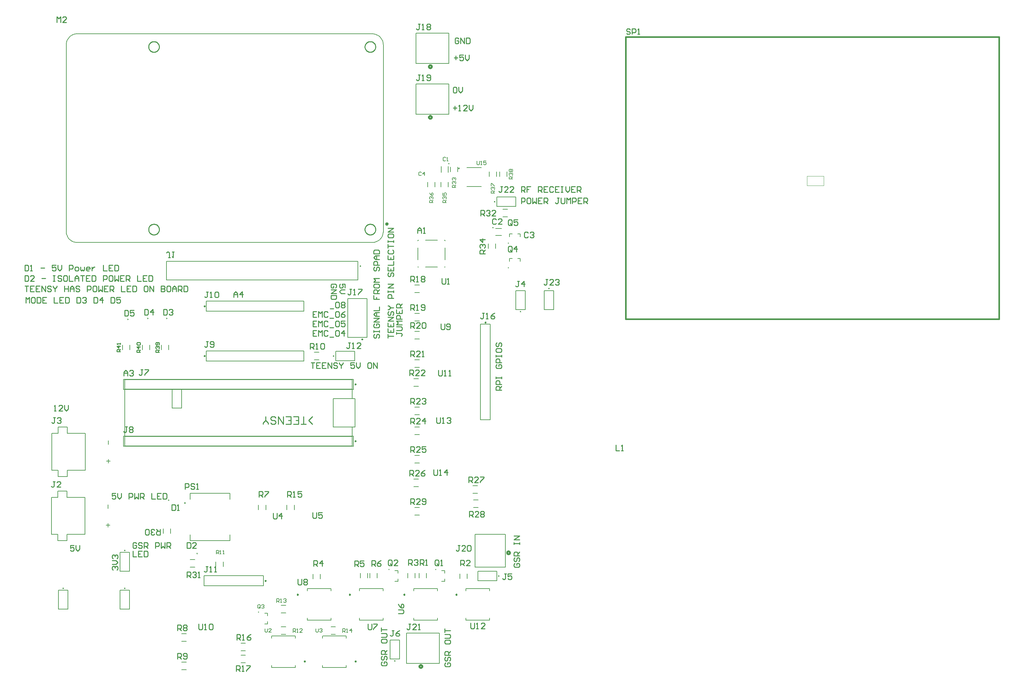
<source format=gto>
%FSTAX23Y23*%
%MOIN*%
%SFA1B1*%

%IPPOS*%
%ADD10C,0.000000*%
%ADD11C,0.007874*%
%ADD12C,0.006000*%
%ADD13C,0.020000*%
%ADD14C,0.009843*%
%ADD15C,0.005000*%
%ADD16C,0.015748*%
%ADD17C,0.010000*%
%ADD18C,0.011811*%
%ADD19C,0.002000*%
%ADD20C,0.006063*%
%LNmain-1*%
%LPD*%
G54D10*
X0121Y04036D02*
D01*
X0121Y04037*
X0121Y04037*
X0121Y04037*
X0121Y04038*
X0121Y04038*
X0121Y04038*
X0121Y04039*
X01209Y04039*
X01209Y04039*
X01209Y0404*
X01209Y0404*
X01209Y0404*
X01208Y0404*
X01208Y04041*
X01208Y04041*
X01207Y04041*
X01207Y04041*
X01207Y04041*
X01206Y04041*
X01206Y04041*
X01206Y04041*
X01205Y04041*
X01205*
X01205Y04041*
X01204Y04041*
X01204Y04041*
X01204Y04041*
X01203Y04041*
X01203Y04041*
X01203Y04041*
X01202Y04041*
X01202Y0404*
X01202Y0404*
X01202Y0404*
X01201Y0404*
X01201Y04039*
X01201Y04039*
X01201Y04039*
X01201Y04038*
X01201Y04038*
X012Y04038*
X012Y04037*
X012Y04037*
X012Y04037*
X012Y04036*
X012Y04036*
X012Y04036*
X012Y04035*
X012Y04035*
X01201Y04035*
X01201Y04034*
X01201Y04034*
X01201Y04034*
X01201Y04033*
X01201Y04033*
X01202Y04033*
X01202Y04033*
X01202Y04032*
X01202Y04032*
X01203Y04032*
X01203Y04032*
X01203Y04032*
X01204Y04032*
X01204Y04032*
X01204Y04032*
X01205Y04031*
X01205Y04031*
X01205*
X01206Y04031*
X01206Y04032*
X01206Y04032*
X01207Y04032*
X01207Y04032*
X01207Y04032*
X01208Y04032*
X01208Y04032*
X01208Y04032*
X01209Y04033*
X01209Y04033*
X01209Y04033*
X01209Y04033*
X01209Y04034*
X0121Y04034*
X0121Y04034*
X0121Y04035*
X0121Y04035*
X0121Y04035*
X0121Y04036*
X0121Y04036*
X0121Y04036*
X0142Y04046D02*
D01*
X0142Y04047*
X0142Y04047*
X0142Y04047*
X0142Y04048*
X0142Y04048*
X0142Y04048*
X0142Y04049*
X01419Y04049*
X01419Y04049*
X01419Y0405*
X01419Y0405*
X01419Y0405*
X01418Y0405*
X01418Y04051*
X01418Y04051*
X01417Y04051*
X01417Y04051*
X01417Y04051*
X01416Y04051*
X01416Y04051*
X01416Y04051*
X01415Y04051*
X01415*
X01415Y04051*
X01414Y04051*
X01414Y04051*
X01414Y04051*
X01413Y04051*
X01413Y04051*
X01413Y04051*
X01412Y04051*
X01412Y0405*
X01412Y0405*
X01412Y0405*
X01411Y0405*
X01411Y04049*
X01411Y04049*
X01411Y04049*
X01411Y04048*
X01411Y04048*
X0141Y04048*
X0141Y04047*
X0141Y04047*
X0141Y04047*
X0141Y04046*
X0141Y04046*
X0141Y04046*
X0141Y04045*
X0141Y04045*
X01411Y04045*
X01411Y04044*
X01411Y04044*
X01411Y04044*
X01411Y04043*
X01411Y04043*
X01412Y04043*
X01412Y04043*
X01412Y04042*
X01412Y04042*
X01413Y04042*
X01413Y04042*
X01413Y04042*
X01414Y04042*
X01414Y04042*
X01414Y04042*
X01415Y04041*
X01415Y04041*
X01415*
X01416Y04041*
X01416Y04042*
X01416Y04042*
X01417Y04042*
X01417Y04042*
X01417Y04042*
X01418Y04042*
X01418Y04042*
X01418Y04042*
X01419Y04043*
X01419Y04043*
X01419Y04043*
X01419Y04043*
X01419Y04044*
X0142Y04044*
X0142Y04044*
X0142Y04045*
X0142Y04045*
X0142Y04045*
X0142Y04046*
X0142Y04046*
X0142Y04046*
X0162D02*
D01*
X0162Y04047*
X0162Y04047*
X0162Y04047*
X0162Y04048*
X0162Y04048*
X0162Y04048*
X0162Y04049*
X01619Y04049*
X01619Y04049*
X01619Y0405*
X01619Y0405*
X01619Y0405*
X01618Y0405*
X01618Y04051*
X01618Y04051*
X01617Y04051*
X01617Y04051*
X01617Y04051*
X01616Y04051*
X01616Y04051*
X01616Y04051*
X01615Y04051*
X01615*
X01615Y04051*
X01614Y04051*
X01614Y04051*
X01614Y04051*
X01613Y04051*
X01613Y04051*
X01613Y04051*
X01612Y04051*
X01612Y0405*
X01612Y0405*
X01612Y0405*
X01611Y0405*
X01611Y04049*
X01611Y04049*
X01611Y04049*
X01611Y04048*
X01611Y04048*
X0161Y04048*
X0161Y04047*
X0161Y04047*
X0161Y04047*
X0161Y04046*
X0161Y04046*
X0161Y04046*
X0161Y04045*
X0161Y04045*
X01611Y04045*
X01611Y04044*
X01611Y04044*
X01611Y04044*
X01611Y04043*
X01611Y04043*
X01612Y04043*
X01612Y04043*
X01612Y04042*
X01612Y04042*
X01613Y04042*
X01613Y04042*
X01613Y04042*
X01614Y04042*
X01614Y04042*
X01614Y04042*
X01615Y04041*
X01615Y04041*
X01615*
X01616Y04041*
X01616Y04042*
X01616Y04042*
X01617Y04042*
X01617Y04042*
X01617Y04042*
X01618Y04042*
X01618Y04042*
X01618Y04042*
X01619Y04043*
X01619Y04043*
X01619Y04043*
X01619Y04043*
X01619Y04044*
X0162Y04044*
X0162Y04044*
X0162Y04045*
X0162Y04045*
X0162Y04045*
X0162Y04046*
X0162Y04046*
X0162Y04046*
X05225Y04582D02*
D01*
X05225Y04582*
X05225Y04582*
X05225Y04583*
X05225Y04583*
X05225Y04583*
X05225Y04584*
X05225Y04584*
X05225Y04584*
X05224Y04584*
X05224Y04584*
X05224Y04585*
X05224Y04585*
X05224Y04585*
X05223Y04585*
X05223Y04585*
X05223Y04585*
X05223Y04586*
X05222Y04586*
X05222Y04586*
X05222Y04586*
X05222Y04586*
X05221Y04586*
X05221*
X05221Y04586*
X05221Y04586*
X0522Y04586*
X0522Y04586*
X0522Y04586*
X0522Y04585*
X05219Y04585*
X05219Y04585*
X05219Y04585*
X05219Y04585*
X05218Y04585*
X05218Y04584*
X05218Y04584*
X05218Y04584*
X05218Y04584*
X05218Y04584*
X05218Y04583*
X05217Y04583*
X05217Y04583*
X05217Y04582*
X05217Y04582*
X05217Y04582*
X05217Y04582*
X05217Y04581*
X05217Y04581*
X05217Y04581*
X05218Y04581*
X05218Y0458*
X05218Y0458*
X05218Y0458*
X05218Y0458*
X05218Y04579*
X05218Y04579*
X05219Y04579*
X05219Y04579*
X05219Y04579*
X05219Y04579*
X0522Y04578*
X0522Y04578*
X0522Y04578*
X0522Y04578*
X05221Y04578*
X05221Y04578*
X05221Y04578*
X05221*
X05222Y04578*
X05222Y04578*
X05222Y04578*
X05222Y04578*
X05223Y04578*
X05223Y04578*
X05223Y04579*
X05223Y04579*
X05224Y04579*
X05224Y04579*
X05224Y04579*
X05224Y04579*
X05224Y0458*
X05225Y0458*
X05225Y0458*
X05225Y0458*
X05225Y04581*
X05225Y04581*
X05225Y04581*
X05225Y04581*
X05225Y04582*
X05225Y04582*
Y04842D02*
D01*
X05225Y04842*
X05225Y04842*
X05225Y04843*
X05225Y04843*
X05225Y04843*
X05225Y04844*
X05225Y04844*
X05225Y04844*
X05224Y04844*
X05224Y04844*
X05224Y04845*
X05224Y04845*
X05224Y04845*
X05223Y04845*
X05223Y04845*
X05223Y04845*
X05223Y04846*
X05222Y04846*
X05222Y04846*
X05222Y04846*
X05222Y04846*
X05221Y04846*
X05221*
X05221Y04846*
X05221Y04846*
X0522Y04846*
X0522Y04846*
X0522Y04846*
X0522Y04845*
X05219Y04845*
X05219Y04845*
X05219Y04845*
X05219Y04845*
X05218Y04845*
X05218Y04844*
X05218Y04844*
X05218Y04844*
X05218Y04844*
X05218Y04844*
X05218Y04843*
X05217Y04843*
X05217Y04843*
X05217Y04842*
X05217Y04842*
X05217Y04842*
X05217Y04842*
X05217Y04841*
X05217Y04841*
X05217Y04841*
X05218Y04841*
X05218Y0484*
X05218Y0484*
X05218Y0484*
X05218Y0484*
X05218Y04839*
X05218Y04839*
X05219Y04839*
X05219Y04839*
X05219Y04839*
X05219Y04839*
X0522Y04838*
X0522Y04838*
X0522Y04838*
X0522Y04838*
X05221Y04838*
X05221Y04838*
X05221Y04838*
X05221*
X05222Y04838*
X05222Y04838*
X05222Y04838*
X05222Y04838*
X05223Y04838*
X05223Y04838*
X05223Y04839*
X05223Y04839*
X05224Y04839*
X05224Y04839*
X05224Y04839*
X05224Y04839*
X05224Y0484*
X05225Y0484*
X05225Y0484*
X05225Y0484*
X05225Y04841*
X05225Y04841*
X05225Y04841*
X05225Y04841*
X05225Y04842*
X05225Y04842*
X01941Y01564D02*
D01*
X01941Y01564*
X01941Y01564*
X01941Y01565*
X01941Y01565*
X01941Y01565*
X01941Y01566*
X01941Y01566*
X01941Y01566*
X0194Y01567*
X0194Y01567*
X0194Y01567*
X0194Y01567*
X0194Y01568*
X01939Y01568*
X01939Y01568*
X01939Y01568*
X01938Y01568*
X01938Y01569*
X01938Y01569*
X01937Y01569*
X01937Y01569*
X01937Y01569*
X01936*
X01936Y01569*
X01936Y01569*
X01935Y01569*
X01935Y01569*
X01935Y01568*
X01934Y01568*
X01934Y01568*
X01934Y01568*
X01933Y01568*
X01933Y01567*
X01933Y01567*
X01933Y01567*
X01932Y01567*
X01932Y01566*
X01932Y01566*
X01932Y01566*
X01932Y01565*
X01932Y01565*
X01932Y01565*
X01931Y01564*
X01931Y01564*
X01931Y01564*
X01931Y01563*
X01931Y01563*
X01932Y01563*
X01932Y01562*
X01932Y01562*
X01932Y01562*
X01932Y01561*
X01932Y01561*
X01932Y01561*
X01933Y01561*
X01933Y0156*
X01933Y0156*
X01933Y0156*
X01934Y0156*
X01934Y01559*
X01934Y01559*
X01935Y01559*
X01935Y01559*
X01935Y01559*
X01936Y01559*
X01936Y01559*
X01936Y01559*
X01937*
X01937Y01559*
X01937Y01559*
X01938Y01559*
X01938Y01559*
X01938Y01559*
X01939Y01559*
X01939Y01559*
X01939Y0156*
X0194Y0156*
X0194Y0156*
X0194Y0156*
X0194Y01561*
X0194Y01561*
X01941Y01561*
X01941Y01561*
X01941Y01562*
X01941Y01562*
X01941Y01562*
X01941Y01563*
X01941Y01563*
X01941Y01563*
X01941Y01564*
X0164Y02126D02*
D01*
X0164Y02127*
X0164Y02127*
X0164Y02127*
X0164Y02128*
X0164Y02128*
X0164Y02128*
X0164Y02129*
X01639Y02129*
X01639Y02129*
X01639Y0213*
X01639Y0213*
X01639Y0213*
X01638Y0213*
X01638Y02131*
X01638Y02131*
X01637Y02131*
X01637Y02131*
X01637Y02131*
X01636Y02131*
X01636Y02131*
X01636Y02131*
X01635Y02131*
X01635*
X01635Y02131*
X01634Y02131*
X01634Y02131*
X01634Y02131*
X01633Y02131*
X01633Y02131*
X01633Y02131*
X01632Y02131*
X01632Y0213*
X01632Y0213*
X01632Y0213*
X01631Y0213*
X01631Y02129*
X01631Y02129*
X01631Y02129*
X01631Y02128*
X01631Y02128*
X0163Y02128*
X0163Y02127*
X0163Y02127*
X0163Y02127*
X0163Y02126*
X0163Y02126*
X0163Y02126*
X0163Y02125*
X0163Y02125*
X01631Y02125*
X01631Y02124*
X01631Y02124*
X01631Y02124*
X01631Y02123*
X01631Y02123*
X01632Y02123*
X01632Y02123*
X01632Y02122*
X01632Y02122*
X01633Y02122*
X01633Y02122*
X01633Y02122*
X01634Y02122*
X01634Y02122*
X01634Y02122*
X01635Y02121*
X01635Y02121*
X01635*
X01636Y02121*
X01636Y02122*
X01636Y02122*
X01637Y02122*
X01637Y02122*
X01637Y02122*
X01638Y02122*
X01638Y02122*
X01638Y02122*
X01639Y02123*
X01639Y02123*
X01639Y02123*
X01639Y02123*
X01639Y02124*
X0164Y02124*
X0164Y02124*
X0164Y02125*
X0164Y02125*
X0164Y02125*
X0164Y02126*
X0164Y02126*
X0164Y02126*
X02589Y00945D02*
D01*
X02589Y00946*
X02589Y00946*
X02589Y00946*
X02589Y00946*
X02589Y00947*
X02589Y00947*
X02589Y00947*
X02589Y00947*
X02589Y00948*
X02588Y00948*
X02588Y00948*
X02588Y00948*
X02588Y00948*
X02588Y00949*
X02587Y00949*
X02587Y00949*
X02587Y00949*
X02587Y00949*
X02586Y00949*
X02586Y00949*
X02586Y00949*
X02585Y00949*
X02585*
X02585Y00949*
X02585Y00949*
X02584Y00949*
X02584Y00949*
X02584Y00949*
X02584Y00949*
X02583Y00949*
X02583Y00949*
X02583Y00948*
X02583Y00948*
X02582Y00948*
X02582Y00948*
X02582Y00948*
X02582Y00947*
X02582Y00947*
X02582Y00947*
X02582Y00947*
X02582Y00946*
X02581Y00946*
X02581Y00946*
X02581Y00946*
X02581Y00945*
X02581Y00945*
X02581Y00945*
X02581Y00945*
X02582Y00944*
X02582Y00944*
X02582Y00944*
X02582Y00944*
X02582Y00943*
X02582Y00943*
X02582Y00943*
X02582Y00943*
X02583Y00942*
X02583Y00942*
X02583Y00942*
X02583Y00942*
X02584Y00942*
X02584Y00942*
X02584Y00942*
X02584Y00942*
X02585Y00941*
X02585Y00941*
X02585Y00941*
X02585*
X02586Y00941*
X02586Y00941*
X02586Y00942*
X02587Y00942*
X02587Y00942*
X02587Y00942*
X02587Y00942*
X02588Y00942*
X02588Y00942*
X02588Y00942*
X02588Y00943*
X02588Y00943*
X02589Y00943*
X02589Y00943*
X02589Y00944*
X02589Y00944*
X02589Y00944*
X02589Y00944*
X02589Y00945*
X02589Y00945*
X02589Y00945*
X02589Y00945*
X03964Y01395D02*
D01*
X03964Y01396*
X03964Y01396*
X03964Y01396*
X03964Y01396*
X03964Y01397*
X03964Y01397*
X03964Y01397*
X03964Y01397*
X03964Y01398*
X03963Y01398*
X03963Y01398*
X03963Y01398*
X03963Y01398*
X03963Y01399*
X03962Y01399*
X03962Y01399*
X03962Y01399*
X03962Y01399*
X03961Y01399*
X03961Y01399*
X03961Y01399*
X0396Y01399*
X0396*
X0396Y01399*
X0396Y01399*
X03959Y01399*
X03959Y01399*
X03959Y01399*
X03959Y01399*
X03958Y01399*
X03958Y01399*
X03958Y01398*
X03958Y01398*
X03957Y01398*
X03957Y01398*
X03957Y01398*
X03957Y01397*
X03957Y01397*
X03957Y01397*
X03957Y01397*
X03957Y01396*
X03956Y01396*
X03956Y01396*
X03956Y01396*
X03956Y01395*
X03956Y01395*
X03956Y01395*
X03956Y01395*
X03957Y01394*
X03957Y01394*
X03957Y01394*
X03957Y01394*
X03957Y01393*
X03957Y01393*
X03957Y01393*
X03957Y01393*
X03958Y01392*
X03958Y01392*
X03958Y01392*
X03958Y01392*
X03959Y01392*
X03959Y01392*
X03959Y01392*
X03959Y01392*
X0396Y01391*
X0396Y01391*
X0396Y01391*
X0396*
X03961Y01391*
X03961Y01391*
X03961Y01392*
X03962Y01392*
X03962Y01392*
X03962Y01392*
X03962Y01392*
X03963Y01392*
X03963Y01392*
X03963Y01392*
X03963Y01393*
X03963Y01393*
X03964Y01393*
X03964Y01393*
X03964Y01394*
X03964Y01394*
X03964Y01394*
X03964Y01394*
X03964Y01395*
X03964Y01395*
X03964Y01395*
X03964Y01395*
X04458D02*
D01*
X04458Y01396*
X04458Y01396*
X04457Y01396*
X04457Y01396*
X04457Y01397*
X04457Y01397*
X04457Y01397*
X04457Y01397*
X04457Y01398*
X04457Y01398*
X04456Y01398*
X04456Y01398*
X04456Y01398*
X04456Y01399*
X04456Y01399*
X04455Y01399*
X04455Y01399*
X04455Y01399*
X04455Y01399*
X04454Y01399*
X04454Y01399*
X04454Y01399*
X04453*
X04453Y01399*
X04453Y01399*
X04453Y01399*
X04452Y01399*
X04452Y01399*
X04452Y01399*
X04452Y01399*
X04451Y01399*
X04451Y01398*
X04451Y01398*
X04451Y01398*
X04451Y01398*
X0445Y01398*
X0445Y01397*
X0445Y01397*
X0445Y01397*
X0445Y01397*
X0445Y01396*
X0445Y01396*
X0445Y01396*
X0445Y01396*
X0445Y01395*
X0445Y01395*
X0445Y01395*
X0445Y01395*
X0445Y01394*
X0445Y01394*
X0445Y01394*
X0445Y01394*
X0445Y01393*
X0445Y01393*
X04451Y01393*
X04451Y01393*
X04451Y01392*
X04451Y01392*
X04451Y01392*
X04452Y01392*
X04452Y01392*
X04452Y01392*
X04452Y01392*
X04453Y01392*
X04453Y01391*
X04453Y01391*
X04453Y01391*
X04454*
X04454Y01391*
X04454Y01391*
X04455Y01392*
X04455Y01392*
X04455Y01392*
X04455Y01392*
X04456Y01392*
X04456Y01392*
X04456Y01392*
X04456Y01392*
X04456Y01393*
X04457Y01393*
X04457Y01393*
X04457Y01393*
X04457Y01394*
X04457Y01394*
X04457Y01394*
X04457Y01394*
X04457Y01395*
X04458Y01395*
X04458Y01395*
X04458Y01395*
G54D11*
X05653Y04362D02*
D01*
X05653Y04362*
X05653Y04362*
X05653Y04362*
X05653Y04363*
X05653Y04363*
X05653Y04363*
X05653Y04363*
X05653Y04364*
X05653Y04364*
X05653Y04364*
X05652Y04364*
X05652Y04364*
X05652Y04365*
X05652Y04365*
X05651Y04365*
X05651Y04365*
X05651Y04365*
X05651Y04365*
X0565Y04365*
X0565Y04365*
X0565Y04365*
X0565Y04365*
X05649*
X05649Y04365*
X05649Y04365*
X05649Y04365*
X05648Y04365*
X05648Y04365*
X05648Y04365*
X05648Y04365*
X05647Y04365*
X05647Y04365*
X05647Y04364*
X05647Y04364*
X05646Y04364*
X05646Y04364*
X05646Y04364*
X05646Y04363*
X05646Y04363*
X05646Y04363*
X05646Y04363*
X05646Y04362*
X05646Y04362*
X05646Y04362*
X05646Y04362*
X05646Y04361*
X05646Y04361*
X05646Y04361*
X05646Y0436*
X05646Y0436*
X05646Y0436*
X05646Y0436*
X05646Y04359*
X05646Y04359*
X05646Y04359*
X05647Y04359*
X05647Y04359*
X05647Y04358*
X05647Y04358*
X05648Y04358*
X05648Y04358*
X05648Y04358*
X05648Y04358*
X05649Y04358*
X05649Y04358*
X05649Y04358*
X05649Y04358*
X0565*
X0565Y04358*
X0565Y04358*
X0565Y04358*
X05651Y04358*
X05651Y04358*
X05651Y04358*
X05651Y04358*
X05652Y04358*
X05652Y04358*
X05652Y04359*
X05652Y04359*
X05653Y04359*
X05653Y04359*
X05653Y04359*
X05653Y0436*
X05653Y0436*
X05653Y0436*
X05653Y0436*
X05653Y04361*
X05653Y04361*
X05653Y04361*
X05653Y04362*
X05081Y0528D02*
D01*
X05081Y0528*
X05081Y0528*
X05081Y0528*
X05081Y05281*
X05081Y05281*
X05081Y05281*
X05081Y05281*
X05081Y05282*
X05081Y05282*
X0508Y05282*
X0508Y05282*
X0508Y05282*
X0508Y05283*
X0508Y05283*
X05079Y05283*
X05079Y05283*
X05079Y05283*
X05079Y05283*
X05078Y05283*
X05078Y05283*
X05078Y05283*
X05078Y05283*
X05077*
X05077Y05283*
X05077Y05283*
X05077Y05283*
X05076Y05283*
X05076Y05283*
X05076Y05283*
X05075Y05283*
X05075Y05283*
X05075Y05283*
X05075Y05282*
X05075Y05282*
X05074Y05282*
X05074Y05282*
X05074Y05282*
X05074Y05281*
X05074Y05281*
X05074Y05281*
X05074Y05281*
X05074Y0528*
X05074Y0528*
X05074Y0528*
X05074Y0528*
X05074Y05279*
X05074Y05279*
X05074Y05279*
X05074Y05278*
X05074Y05278*
X05074Y05278*
X05074Y05278*
X05074Y05277*
X05074Y05277*
X05074Y05277*
X05075Y05277*
X05075Y05277*
X05075Y05276*
X05075Y05276*
X05075Y05276*
X05076Y05276*
X05076Y05276*
X05076Y05276*
X05077Y05276*
X05077Y05276*
X05077Y05276*
X05077Y05276*
X05078*
X05078Y05276*
X05078Y05276*
X05078Y05276*
X05079Y05276*
X05079Y05276*
X05079Y05276*
X05079Y05276*
X0508Y05276*
X0508Y05276*
X0508Y05277*
X0508Y05277*
X0508Y05277*
X05081Y05277*
X05081Y05277*
X05081Y05278*
X05081Y05278*
X05081Y05278*
X05081Y05278*
X05081Y05279*
X05081Y05279*
X05081Y05279*
X05081Y0528*
X04704Y0563D02*
D01*
X04704Y05631*
X04704Y05631*
X04704Y05631*
X04704Y05631*
X04704Y05632*
X04704Y05632*
X04704Y05632*
X04704Y05632*
X04704Y05633*
X04703Y05633*
X04703Y05633*
X04703Y05633*
X04703Y05633*
X04703Y05634*
X04702Y05634*
X04702Y05634*
X04702Y05634*
X04702Y05634*
X04701Y05634*
X04701Y05634*
X04701Y05634*
X04701Y05634*
X047*
X047Y05634*
X047Y05634*
X04699Y05634*
X04699Y05634*
X04699Y05634*
X04699Y05634*
X04698Y05634*
X04698Y05634*
X04698Y05633*
X04698Y05633*
X04698Y05633*
X04697Y05633*
X04697Y05633*
X04697Y05632*
X04697Y05632*
X04697Y05632*
X04697Y05632*
X04697Y05631*
X04697Y05631*
X04697Y05631*
X04697Y05631*
X04697Y0563*
X04697Y0563*
X04697Y0563*
X04697Y05629*
X04697Y05629*
X04697Y05629*
X04697Y05629*
X04697Y05628*
X04697Y05628*
X04697Y05628*
X04697Y05628*
X04698Y05628*
X04698Y05627*
X04698Y05627*
X04698Y05627*
X04698Y05627*
X04699Y05627*
X04699Y05627*
X04699Y05627*
X04699Y05626*
X047Y05626*
X047Y05626*
X047Y05626*
X04701*
X04701Y05626*
X04701Y05626*
X04701Y05626*
X04702Y05627*
X04702Y05627*
X04702Y05627*
X04702Y05627*
X04703Y05627*
X04703Y05627*
X04703Y05627*
X04703Y05628*
X04703Y05628*
X04704Y05628*
X04704Y05628*
X04704Y05628*
X04704Y05629*
X04704Y05629*
X04704Y05629*
X04704Y05629*
X04704Y0563*
X04704Y0563*
X04704Y0563*
X05125Y01325D02*
D01*
X05125Y01325*
X05125Y01325*
X05125Y01325*
X05125Y01326*
X05125Y01326*
X05125Y01326*
X05125Y01326*
X05125Y01327*
X05125Y01327*
X05125Y01327*
X05124Y01327*
X05124Y01327*
X05124Y01328*
X05124Y01328*
X05124Y01328*
X05123Y01328*
X05123Y01328*
X05123Y01328*
X05122Y01328*
X05122Y01328*
X05122Y01328*
X05122Y01328*
X05121*
X05121Y01328*
X05121Y01328*
X05121Y01328*
X0512Y01328*
X0512Y01328*
X0512Y01328*
X0512Y01328*
X05119Y01328*
X05119Y01328*
X05119Y01327*
X05119Y01327*
X05119Y01327*
X05118Y01327*
X05118Y01327*
X05118Y01326*
X05118Y01326*
X05118Y01326*
X05118Y01326*
X05118Y01325*
X05118Y01325*
X05118Y01325*
X05118Y01325*
X05118Y01324*
X05118Y01324*
X05118Y01324*
X05118Y01323*
X05118Y01323*
X05118Y01323*
X05118Y01323*
X05118Y01322*
X05118Y01322*
X05119Y01322*
X05119Y01322*
X05119Y01322*
X05119Y01321*
X05119Y01321*
X0512Y01321*
X0512Y01321*
X0512Y01321*
X0512Y01321*
X05121Y01321*
X05121Y01321*
X05121Y01321*
X05121Y01321*
X05122*
X05122Y01321*
X05122Y01321*
X05122Y01321*
X05123Y01321*
X05123Y01321*
X05123Y01321*
X05124Y01321*
X05124Y01321*
X05124Y01321*
X05124Y01322*
X05124Y01322*
X05125Y01322*
X05125Y01322*
X05125Y01322*
X05125Y01323*
X05125Y01323*
X05125Y01323*
X05125Y01323*
X05125Y01324*
X05125Y01324*
X05125Y01324*
X05125Y01325*
X03381Y0365D02*
D01*
X03381Y0365*
X03381Y0365*
X03381Y0365*
X03381Y03651*
X03381Y03651*
X03381Y03651*
X03381Y03651*
X03381Y03652*
X03381Y03652*
X0338Y03652*
X0338Y03652*
X0338Y03652*
X0338Y03653*
X0338Y03653*
X03379Y03653*
X03379Y03653*
X03379Y03653*
X03379Y03653*
X03378Y03653*
X03378Y03653*
X03378Y03653*
X03378Y03653*
X03377*
X03377Y03653*
X03377Y03653*
X03377Y03653*
X03376Y03653*
X03376Y03653*
X03376Y03653*
X03375Y03653*
X03375Y03653*
X03375Y03653*
X03375Y03652*
X03375Y03652*
X03374Y03652*
X03374Y03652*
X03374Y03652*
X03374Y03651*
X03374Y03651*
X03374Y03651*
X03374Y03651*
X03374Y0365*
X03374Y0365*
X03374Y0365*
X03374Y0365*
X03374Y03649*
X03374Y03649*
X03374Y03649*
X03374Y03648*
X03374Y03648*
X03374Y03648*
X03374Y03648*
X03374Y03647*
X03374Y03647*
X03374Y03647*
X03375Y03647*
X03375Y03647*
X03375Y03646*
X03375Y03646*
X03375Y03646*
X03376Y03646*
X03376Y03646*
X03376Y03646*
X03377Y03646*
X03377Y03646*
X03377Y03646*
X03377Y03646*
X03378*
X03378Y03646*
X03378Y03646*
X03378Y03646*
X03379Y03646*
X03379Y03646*
X03379Y03646*
X03379Y03646*
X0338Y03646*
X0338Y03646*
X0338Y03647*
X0338Y03647*
X0338Y03647*
X03381Y03647*
X03381Y03647*
X03381Y03648*
X03381Y03648*
X03381Y03648*
X03381Y03648*
X03381Y03649*
X03381Y03649*
X03381Y03649*
X03381Y0365*
X01178Y01597D02*
D01*
X01178Y01597*
X01178Y01597*
X01178Y01597*
X01178Y01598*
X01178Y01598*
X01178Y01598*
X01178Y01598*
X01178Y01599*
X01178Y01599*
X01178Y01599*
X01177Y01599*
X01177Y01599*
X01177Y016*
X01177Y016*
X01176Y016*
X01176Y016*
X01176Y016*
X01176Y016*
X01175Y016*
X01175Y016*
X01175Y016*
X01175Y016*
X01174*
X01174Y016*
X01174Y016*
X01174Y016*
X01173Y016*
X01173Y016*
X01173Y016*
X01173Y016*
X01172Y016*
X01172Y016*
X01172Y01599*
X01172Y01599*
X01171Y01599*
X01171Y01599*
X01171Y01599*
X01171Y01598*
X01171Y01598*
X01171Y01598*
X01171Y01598*
X01171Y01597*
X01171Y01597*
X01171Y01597*
X01171Y01597*
X01171Y01596*
X01171Y01596*
X01171Y01596*
X01171Y01595*
X01171Y01595*
X01171Y01595*
X01171Y01595*
X01171Y01594*
X01171Y01594*
X01171Y01594*
X01172Y01594*
X01172Y01594*
X01172Y01593*
X01172Y01593*
X01173Y01593*
X01173Y01593*
X01173Y01593*
X01173Y01593*
X01174Y01593*
X01174Y01593*
X01174Y01593*
X01174Y01593*
X01175*
X01175Y01593*
X01175Y01593*
X01175Y01593*
X01176Y01593*
X01176Y01593*
X01176Y01593*
X01176Y01593*
X01177Y01593*
X01177Y01593*
X01177Y01594*
X01177Y01594*
X01178Y01594*
X01178Y01594*
X01178Y01594*
X01178Y01595*
X01178Y01595*
X01178Y01595*
X01178Y01595*
X01178Y01596*
X01178Y01596*
X01178Y01596*
X01178Y01597*
Y01197D02*
D01*
X01178Y01197*
X01178Y01197*
X01178Y01197*
X01178Y01198*
X01178Y01198*
X01178Y01198*
X01178Y01198*
X01178Y01199*
X01178Y01199*
X01178Y01199*
X01177Y01199*
X01177Y01199*
X01177Y012*
X01177Y012*
X01176Y012*
X01176Y012*
X01176Y012*
X01176Y012*
X01175Y012*
X01175Y012*
X01175Y012*
X01175Y012*
X01174*
X01174Y012*
X01174Y012*
X01174Y012*
X01173Y012*
X01173Y012*
X01173Y012*
X01173Y012*
X01172Y012*
X01172Y012*
X01172Y01199*
X01172Y01199*
X01171Y01199*
X01171Y01199*
X01171Y01199*
X01171Y01198*
X01171Y01198*
X01171Y01198*
X01171Y01198*
X01171Y01197*
X01171Y01197*
X01171Y01197*
X01171Y01197*
X01171Y01196*
X01171Y01196*
X01171Y01196*
X01171Y01195*
X01171Y01195*
X01171Y01195*
X01171Y01195*
X01171Y01194*
X01171Y01194*
X01171Y01194*
X01172Y01194*
X01172Y01194*
X01172Y01193*
X01172Y01193*
X01173Y01193*
X01173Y01193*
X01173Y01193*
X01173Y01193*
X01174Y01193*
X01174Y01193*
X01174Y01193*
X01174Y01193*
X01175*
X01175Y01193*
X01175Y01193*
X01175Y01193*
X01176Y01193*
X01176Y01193*
X01176Y01193*
X01176Y01193*
X01177Y01193*
X01177Y01193*
X01177Y01194*
X01177Y01194*
X01178Y01194*
X01178Y01194*
X01178Y01194*
X01178Y01195*
X01178Y01195*
X01178Y01195*
X01178Y01195*
X01178Y01196*
X01178Y01196*
X01178Y01196*
X01178Y01197*
X00528D02*
D01*
X00528Y01197*
X00528Y01197*
X00528Y01197*
X00528Y01198*
X00528Y01198*
X00528Y01198*
X00528Y01198*
X00528Y01199*
X00528Y01199*
X00528Y01199*
X00527Y01199*
X00527Y01199*
X00527Y012*
X00527Y012*
X00526Y012*
X00526Y012*
X00526Y012*
X00526Y012*
X00525Y012*
X00525Y012*
X00525Y012*
X00525Y012*
X00524*
X00524Y012*
X00524Y012*
X00524Y012*
X00523Y012*
X00523Y012*
X00523Y012*
X00523Y012*
X00522Y012*
X00522Y012*
X00522Y01199*
X00522Y01199*
X00521Y01199*
X00521Y01199*
X00521Y01199*
X00521Y01198*
X00521Y01198*
X00521Y01198*
X00521Y01198*
X00521Y01197*
X00521Y01197*
X00521Y01197*
X00521Y01197*
X00521Y01196*
X00521Y01196*
X00521Y01196*
X00521Y01195*
X00521Y01195*
X00521Y01195*
X00521Y01195*
X00521Y01194*
X00521Y01194*
X00521Y01194*
X00522Y01194*
X00522Y01194*
X00522Y01193*
X00522Y01193*
X00523Y01193*
X00523Y01193*
X00523Y01193*
X00523Y01193*
X00524Y01193*
X00524Y01193*
X00524Y01193*
X00524Y01193*
X00525*
X00525Y01193*
X00525Y01193*
X00525Y01193*
X00526Y01193*
X00526Y01193*
X00526Y01193*
X00526Y01193*
X00527Y01193*
X00527Y01193*
X00527Y01194*
X00527Y01194*
X00528Y01194*
X00528Y01194*
X00528Y01194*
X00528Y01195*
X00528Y01195*
X00528Y01195*
X00528Y01195*
X00528Y01196*
X00528Y01196*
X00528Y01196*
X00528Y01197*
X04028Y00427D02*
D01*
X04028Y00428*
X04028Y00428*
X04028Y00428*
X04028Y00429*
X04028Y00429*
X04028Y00429*
X04028Y00429*
X04028Y0043*
X04028Y0043*
X04028Y0043*
X04027Y0043*
X04027Y0043*
X04027Y00431*
X04027Y00431*
X04026Y00431*
X04026Y00431*
X04026Y00431*
X04026Y00431*
X04025Y00431*
X04025Y00431*
X04025Y00431*
X04025Y00431*
X04024*
X04024Y00431*
X04024Y00431*
X04024Y00431*
X04023Y00431*
X04023Y00431*
X04023Y00431*
X04023Y00431*
X04022Y00431*
X04022Y00431*
X04022Y0043*
X04022Y0043*
X04021Y0043*
X04021Y0043*
X04021Y0043*
X04021Y00429*
X04021Y00429*
X04021Y00429*
X04021Y00429*
X04021Y00428*
X04021Y00428*
X04021Y00428*
X04021Y00427*
X04021Y00427*
X04021Y00427*
X04021Y00427*
X04021Y00426*
X04021Y00426*
X04021Y00426*
X04021Y00426*
X04021Y00425*
X04021Y00425*
X04021Y00425*
X04022Y00425*
X04022Y00425*
X04022Y00424*
X04022Y00424*
X04023Y00424*
X04023Y00424*
X04023Y00424*
X04023Y00424*
X04024Y00424*
X04024Y00424*
X04024Y00424*
X04024Y00424*
X04025*
X04025Y00424*
X04025Y00424*
X04025Y00424*
X04026Y00424*
X04026Y00424*
X04026Y00424*
X04026Y00424*
X04027Y00424*
X04027Y00424*
X04027Y00425*
X04027Y00425*
X04028Y00425*
X04028Y00425*
X04028Y00425*
X04028Y00426*
X04028Y00426*
X04028Y00426*
X04028Y00426*
X04028Y00427*
X04028Y00427*
X04028Y00427*
X04028Y00427*
X05353Y04117D02*
D01*
X05353Y04118*
X05353Y04118*
X05353Y04118*
X05353Y04119*
X05353Y04119*
X05353Y04119*
X05353Y04119*
X05353Y0412*
X05353Y0412*
X05353Y0412*
X05352Y0412*
X05352Y0412*
X05352Y04121*
X05352Y04121*
X05351Y04121*
X05351Y04121*
X05351Y04121*
X05351Y04121*
X0535Y04121*
X0535Y04121*
X0535Y04121*
X0535Y04121*
X05349*
X05349Y04121*
X05349Y04121*
X05349Y04121*
X05348Y04121*
X05348Y04121*
X05348Y04121*
X05348Y04121*
X05347Y04121*
X05347Y04121*
X05347Y0412*
X05347Y0412*
X05346Y0412*
X05346Y0412*
X05346Y0412*
X05346Y04119*
X05346Y04119*
X05346Y04119*
X05346Y04119*
X05346Y04118*
X05346Y04118*
X05346Y04118*
X05346Y04117*
X05346Y04117*
X05346Y04117*
X05346Y04117*
X05346Y04116*
X05346Y04116*
X05346Y04116*
X05346Y04116*
X05346Y04115*
X05346Y04115*
X05346Y04115*
X05347Y04115*
X05347Y04115*
X05347Y04114*
X05347Y04114*
X05348Y04114*
X05348Y04114*
X05348Y04114*
X05348Y04114*
X05349Y04114*
X05349Y04114*
X05349Y04114*
X05349Y04114*
X0535*
X0535Y04114*
X0535Y04114*
X0535Y04114*
X05351Y04114*
X05351Y04114*
X05351Y04114*
X05351Y04114*
X05352Y04114*
X05352Y04114*
X05352Y04115*
X05352Y04115*
X05353Y04115*
X05353Y04115*
X05353Y04115*
X05353Y04116*
X05353Y04116*
X05353Y04116*
X05353Y04116*
X05353Y04117*
X05353Y04117*
X05353Y04117*
X05353Y04117*
X01813Y02097D02*
D01*
X01813Y02097*
X01813Y02098*
X01813Y02098*
X01813Y02098*
X01812Y02098*
X01812Y02099*
X01812Y02099*
X01812Y02099*
X01812Y02099*
X01812Y021*
X01812Y021*
X01811Y021*
X01811Y021*
X01811Y021*
X01811Y02101*
X0181Y02101*
X0181Y02101*
X0181Y02101*
X0181Y02101*
X01809Y02101*
X01809Y02101*
X01809Y02101*
X01809*
X01808Y02101*
X01808Y02101*
X01808Y02101*
X01808Y02101*
X01807Y02101*
X01807Y02101*
X01807Y02101*
X01807Y021*
X01806Y021*
X01806Y021*
X01806Y021*
X01806Y021*
X01806Y02099*
X01805Y02099*
X01805Y02099*
X01805Y02099*
X01805Y02098*
X01805Y02098*
X01805Y02098*
X01805Y02098*
X01805Y02097*
X01805Y02097*
X01805Y02097*
X01805Y02097*
X01805Y02096*
X01805Y02096*
X01805Y02096*
X01805Y02096*
X01805Y02095*
X01805Y02095*
X01806Y02095*
X01806Y02095*
X01806Y02094*
X01806Y02094*
X01806Y02094*
X01807Y02094*
X01807Y02094*
X01807Y02094*
X01807Y02093*
X01808Y02093*
X01808Y02093*
X01808Y02093*
X01808Y02093*
X01809Y02093*
X01809*
X01809Y02093*
X01809Y02093*
X0181Y02093*
X0181Y02093*
X0181Y02093*
X0181Y02094*
X01811Y02094*
X01811Y02094*
X01811Y02094*
X01811Y02094*
X01812Y02094*
X01812Y02095*
X01812Y02095*
X01812Y02095*
X01812Y02095*
X01812Y02096*
X01812Y02096*
X01813Y02096*
X01813Y02096*
X01813Y02097*
X01813Y02097*
X01813Y02097*
X03664Y046D02*
D01*
X03664Y046*
X03664Y046*
X03664Y046*
X03664Y04601*
X03664Y04601*
X03664Y04601*
X03664Y04601*
X03663Y04602*
X03663Y04602*
X03663Y04602*
X03663Y04602*
X03663Y04602*
X03663Y04603*
X03662Y04603*
X03662Y04603*
X03662Y04603*
X03662Y04603*
X03661Y04603*
X03661Y04603*
X03661Y04603*
X03661Y04603*
X0366Y04603*
X0366*
X0366Y04603*
X03659Y04603*
X03659Y04603*
X03659Y04603*
X03659Y04603*
X03658Y04603*
X03658Y04603*
X03658Y04603*
X03658Y04603*
X03657Y04602*
X03657Y04602*
X03657Y04602*
X03657Y04602*
X03657Y04602*
X03657Y04601*
X03657Y04601*
X03656Y04601*
X03656Y04601*
X03656Y046*
X03656Y046*
X03656Y046*
X03656Y046*
X03656Y04599*
X03656Y04599*
X03656Y04599*
X03656Y04598*
X03656Y04598*
X03657Y04598*
X03657Y04598*
X03657Y04597*
X03657Y04597*
X03657Y04597*
X03657Y04597*
X03657Y04597*
X03658Y04596*
X03658Y04596*
X03658Y04596*
X03658Y04596*
X03659Y04596*
X03659Y04596*
X03659Y04596*
X03659Y04596*
X0366Y04596*
X0366Y04596*
X0366*
X03661Y04596*
X03661Y04596*
X03661Y04596*
X03661Y04596*
X03662Y04596*
X03662Y04596*
X03662Y04596*
X03662Y04596*
X03663Y04596*
X03663Y04597*
X03663Y04597*
X03663Y04597*
X03663Y04597*
X03663Y04597*
X03664Y04598*
X03664Y04598*
X03664Y04598*
X03664Y04598*
X03664Y04599*
X03664Y04599*
X03664Y04599*
X03664Y046*
X03527Y04255D02*
X03732D01*
X03527Y03844D02*
Y04255D01*
X03732Y03844D02*
Y04255D01*
X03527Y03844D02*
X03732D01*
X04927Y02974D02*
Y03985D01*
X05032*
Y02974D02*
Y03985D01*
X04927Y02974D02*
X05032D01*
X0116Y03296D02*
X03589D01*
X0116D02*
Y03403D01*
X03589*
Y03296D02*
Y03403D01*
X0116Y02696D02*
X03589D01*
X0116D02*
Y02803D01*
X03589*
Y02696D02*
Y02803D01*
X02035Y04121D02*
Y04228D01*
Y04121D02*
X03064D01*
Y04228*
X02035D02*
X03064D01*
X02035Y03596D02*
Y03703D01*
Y03596D02*
X03064D01*
Y03703*
X02035D02*
X03064D01*
X0201Y01221D02*
X02639D01*
X0201D02*
Y01328D01*
X02639*
Y01221D02*
Y01328D01*
X01614Y04647D02*
X03635D01*
X01614Y04452D02*
X03635D01*
Y04647*
X01614Y04452D02*
Y04647D01*
X03475Y0073D02*
Y00769D01*
X03495*
X03502Y00763*
Y0075*
X03495Y00743*
X03475*
X03488D02*
X03502Y0073D01*
X03515D02*
X03528D01*
X03521*
Y00769*
X03515Y00763*
X03567Y0073D02*
Y00769D01*
X03547Y0075*
X03574*
X02779Y01045D02*
Y01084D01*
X02798*
X02805Y01077*
Y01064*
X02798Y01058*
X02779*
X02792D02*
X02805Y01045D01*
X02818D02*
X02831D01*
X02824*
Y01084*
X02818Y01077*
X02851D02*
X02857Y01084D01*
X0287*
X02877Y01077*
Y01071*
X0287Y01064*
X02864*
X0287*
X02877Y01058*
Y01051*
X0287Y01045*
X02857*
X02851Y01051*
X0295Y0073D02*
Y00769D01*
X0297*
X02977Y00763*
Y0075*
X0297Y00743*
X0295*
X02963D02*
X02977Y0073D01*
X0299D02*
X03003D01*
X02996*
Y00769*
X0299Y00763*
X03049Y0073D02*
X03022D01*
X03049Y00756*
Y00763*
X03042Y00769*
X03029*
X03022Y00763*
X0214Y01557D02*
Y01596D01*
X02159*
X02166Y01589*
Y01576*
X02159Y0157*
X0214*
X02153D02*
X02166Y01557D01*
X02179D02*
X02192D01*
X02185*
Y01596*
X02179Y01589*
X02212Y01557D02*
X02225D01*
X02218*
Y01596*
X02212Y01589*
X02604Y0099D02*
Y01016D01*
X02597Y01023*
X02584*
X02578Y01016*
Y0099*
X02584Y00984*
X02597*
X02591Y00997D02*
X02604Y00984D01*
X02597D02*
X02604Y0099D01*
X02617Y01016D02*
X02623Y01023D01*
X02637*
X02643Y01016*
Y0101*
X02637Y01003*
X0263*
X02637*
X02643Y00997*
Y0099*
X02637Y00984*
X02623*
X02617Y0099*
X02655Y0077D02*
Y00737D01*
X02661Y00731*
X02674*
X02681Y00737*
Y0077*
X0272Y00731D02*
X02694D01*
X0272Y00757*
Y00763*
X02714Y0077*
X027*
X02694Y00763*
X03192Y0077D02*
Y00737D01*
X03198Y00731*
X03211*
X03218Y00737*
Y0077*
X03231Y00763D02*
X03237Y0077D01*
X03251*
X03257Y00763*
Y00757*
X03251Y0075*
X03244*
X03251*
X03257Y00744*
Y00737*
X03251Y00731*
X03237*
X03231Y00737*
G54D12*
X04598Y0568D02*
D01*
X04597Y0568*
X04597Y0568*
X04597Y0568*
X04597Y0568*
X04597Y05681*
X04597Y05681*
X04597Y05681*
X04597Y05681*
X04597Y05681*
X04597Y05681*
X04597Y05682*
X04597Y05682*
X04596Y05682*
X04596Y05682*
X04596Y05682*
X04596Y05682*
X04596Y05682*
X04595Y05682*
X04595Y05682*
X04595Y05682*
X04595Y05682*
X04595Y05682*
X04594*
X04594Y05682*
X04594Y05682*
X04594Y05682*
X04594Y05682*
X04593Y05682*
X04593Y05682*
X04593Y05682*
X04593Y05682*
X04593Y05682*
X04592Y05682*
X04592Y05682*
X04592Y05681*
X04592Y05681*
X04592Y05681*
X04592Y05681*
X04592Y05681*
X04592Y05681*
X04592Y0568*
X04592Y0568*
X04592Y0568*
X04592Y0568*
X04592Y0568*
X04592Y05679*
X04592Y05679*
X04592Y05679*
X04592Y05679*
X04592Y05678*
X04592Y05678*
X04592Y05678*
X04592Y05678*
X04592Y05678*
X04592Y05678*
X04592Y05677*
X04592Y05677*
X04593Y05677*
X04593Y05677*
X04593Y05677*
X04593Y05677*
X04593Y05677*
X04594Y05677*
X04594Y05677*
X04594Y05677*
X04594Y05677*
X04594Y05677*
X04595*
X04595Y05677*
X04595Y05677*
X04595Y05677*
X04595Y05677*
X04596Y05677*
X04596Y05677*
X04596Y05677*
X04596Y05677*
X04596Y05677*
X04597Y05677*
X04597Y05677*
X04597Y05678*
X04597Y05678*
X04597Y05678*
X04597Y05678*
X04597Y05678*
X04597Y05678*
X04597Y05679*
X04597Y05679*
X04597Y05679*
X04597Y05679*
X04598Y0568*
X05063Y05005D02*
D01*
X05062Y05005*
X05062Y05005*
X05062Y05005*
X05062Y05005*
X05062Y05006*
X05062Y05006*
X05062Y05006*
X05062Y05006*
X05062Y05006*
X05062Y05006*
X05062Y05007*
X05062Y05007*
X05061Y05007*
X05061Y05007*
X05061Y05007*
X05061Y05007*
X05061Y05007*
X0506Y05007*
X0506Y05007*
X0506Y05007*
X0506Y05007*
X0506Y05007*
X05059*
X05059Y05007*
X05059Y05007*
X05059Y05007*
X05059Y05007*
X05058Y05007*
X05058Y05007*
X05058Y05007*
X05058Y05007*
X05058Y05007*
X05057Y05007*
X05057Y05007*
X05057Y05006*
X05057Y05006*
X05057Y05006*
X05057Y05006*
X05057Y05006*
X05057Y05006*
X05057Y05005*
X05057Y05005*
X05057Y05005*
X05057Y05005*
X05057Y05005*
X05057Y05004*
X05057Y05004*
X05057Y05004*
X05057Y05004*
X05057Y05003*
X05057Y05003*
X05057Y05003*
X05057Y05003*
X05057Y05003*
X05057Y05003*
X05057Y05002*
X05057Y05002*
X05058Y05002*
X05058Y05002*
X05058Y05002*
X05058Y05002*
X05058Y05002*
X05059Y05002*
X05059Y05002*
X05059Y05002*
X05059Y05002*
X05059Y05002*
X0506*
X0506Y05002*
X0506Y05002*
X0506Y05002*
X0506Y05002*
X05061Y05002*
X05061Y05002*
X05061Y05002*
X05061Y05002*
X05061Y05002*
X05062Y05002*
X05062Y05002*
X05062Y05003*
X05062Y05003*
X05062Y05003*
X05062Y05003*
X05062Y05003*
X05062Y05003*
X05062Y05004*
X05062Y05004*
X05062Y05004*
X05062Y05004*
X05063Y05005*
X01439Y03715D02*
Y03764D01*
X0136Y03715D02*
Y03764D01*
X01229Y03715D02*
Y03764D01*
X0115Y03715D02*
Y03764D01*
X01639Y03715D02*
Y03764D01*
X0156Y03715D02*
Y03764D01*
X04586Y05588D02*
Y05651D01*
X04513Y05588D02*
Y05651D01*
X05088Y04923D02*
X05151D01*
X05088Y04996D02*
X05151D01*
X05099Y05545D02*
Y05594D01*
X0502Y05545D02*
Y05594D01*
X05209Y05545D02*
Y05594D01*
X0513Y05545D02*
Y05594D01*
X04689Y05595D02*
Y05644D01*
X0461Y05595D02*
Y05644D01*
X05165Y0512D02*
X05214D01*
X05165Y05199D02*
X05214D01*
X05089Y04785D02*
Y04834D01*
X0501Y04785D02*
Y04834D01*
X04589Y05435D02*
Y05484D01*
X0451Y05435D02*
Y05484D01*
X04449Y05435D02*
Y05484D01*
X0437Y05435D02*
Y05484D01*
X04872Y01764D02*
X05191D01*
X04872Y01419D02*
Y01764D01*
Y01419D02*
X05191D01*
Y01764*
X04494Y00402D02*
Y00721D01*
X04149D02*
X04494D01*
X04149Y00402D02*
Y00721D01*
Y00402D02*
X04494D01*
X01865Y01499D02*
X01914D01*
X01865Y0142D02*
X01914D01*
X01659Y01775D02*
Y01824D01*
X0158Y01775D02*
Y01824D01*
X04855Y02129D02*
X04904D01*
X04855Y0205D02*
X04904D01*
X04225Y0227D02*
X04274D01*
X04225Y02349D02*
X04274D01*
X04849Y02279D02*
X04898D01*
X04849Y022D02*
X04898D01*
X04235Y0197D02*
X04284D01*
X04235Y02049D02*
X04284D01*
X04594Y06738D02*
Y07057D01*
X04249D02*
X04594D01*
X04249Y06738D02*
Y07057D01*
Y06738D02*
X04594D01*
Y06202D02*
Y06521D01*
X04249D02*
X04594D01*
X04249Y06202D02*
Y06521D01*
Y06202D02*
X04594D01*
X04267Y04873D02*
X04273D01*
X04553Y04587D02*
Y04593D01*
X04546Y04873D02*
X04553D01*
X04267Y04866D02*
Y04873D01*
Y04587D02*
X04273D01*
X04267D02*
Y04593D01*
X04346Y04587D02*
X04473D01*
X04553Y04666D02*
Y04793D01*
X04546Y04587D02*
X04553D01*
X04346Y04873D02*
X04473D01*
X04553Y04866D02*
Y04873D01*
X04267Y04666D02*
Y04793D01*
X04235Y0432D02*
X04284D01*
X04235Y04399D02*
X04284D01*
X04235Y0402D02*
X04284D01*
X04235Y04099D02*
X04284D01*
X04235Y0383D02*
X04284D01*
X04235Y03909D02*
X04284D01*
X04235Y0353D02*
X04284D01*
X04235Y03609D02*
X04284D01*
X04225Y0333D02*
X04274D01*
X04225Y03409D02*
X04274D01*
X04235Y0303D02*
X04284D01*
X04235Y03109D02*
X04284D01*
X04235Y0282D02*
X04284D01*
X04235Y02899D02*
X04284D01*
X04235Y0252D02*
X04284D01*
X04235Y02599D02*
X04284D01*
X0428Y01305D02*
Y01354D01*
X04359Y01305D02*
Y01354D01*
X03839Y01305D02*
Y01354D01*
X0376Y01305D02*
Y01354D01*
X03739Y01305D02*
Y01354D01*
X0366Y01305D02*
Y01354D01*
X024Y00489D02*
X02449D01*
X024Y0041D02*
X02449D01*
X024Y00614D02*
X02449D01*
X024Y00535D02*
X02449D01*
X02825Y00789D02*
X02874D01*
X02825Y0071D02*
X02874D01*
X0335Y00789D02*
X03399D01*
X0335Y0071D02*
X03399D01*
X03175Y03689D02*
X03224D01*
X03175Y0361D02*
X03224D01*
X02214Y01425D02*
Y01474D01*
X02135Y01425D02*
Y01474D01*
X02964Y02025D02*
Y02074D01*
X02885Y02025D02*
Y02074D01*
X02825Y01014D02*
X02874D01*
X02825Y00935D02*
X02874D01*
X02664Y02025D02*
Y02074D01*
X02585Y02025D02*
Y02074D01*
X01775Y00635D02*
X01824D01*
X01775Y00714D02*
X01824D01*
X01775Y00335D02*
X01824D01*
X01775Y00414D02*
X01824D01*
X0316Y01295D02*
Y01344D01*
X03239Y01295D02*
Y01344D01*
X0471Y013D02*
Y01349D01*
X04789Y013D02*
Y01349D01*
X04239Y01305D02*
Y01354D01*
X0416Y01305D02*
Y01354D01*
G54D13*
X0524Y0157D02*
D01*
X05239Y01571*
X05239Y01572*
X05239Y01573*
X05239Y01574*
X05239Y01575*
X05238Y01576*
X05238Y01577*
X05237Y01577*
X05237Y01578*
X05236Y01579*
X05235Y0158*
X05235Y01581*
X05234Y01581*
X05233Y01582*
X05232Y01582*
X05231Y01583*
X0523Y01583*
X05229Y01584*
X05228Y01584*
X05227Y01584*
X05226Y01584*
X05225Y01584*
X05224*
X05223Y01584*
X05222Y01584*
X05221Y01584*
X0522Y01584*
X05219Y01583*
X05218Y01583*
X05217Y01582*
X05216Y01582*
X05215Y01581*
X05214Y01581*
X05214Y0158*
X05213Y01579*
X05212Y01578*
X05212Y01577*
X05211Y01577*
X05211Y01576*
X0521Y01575*
X0521Y01574*
X0521Y01573*
X0521Y01572*
X0521Y01571*
X0521Y0157*
X0521Y01568*
X0521Y01567*
X0521Y01566*
X0521Y01565*
X0521Y01564*
X05211Y01563*
X05211Y01562*
X05212Y01562*
X05212Y01561*
X05213Y0156*
X05214Y01559*
X05214Y01558*
X05215Y01558*
X05216Y01557*
X05217Y01557*
X05218Y01556*
X05219Y01556*
X0522Y01555*
X05221Y01555*
X05222Y01555*
X05223Y01555*
X05224Y01555*
X05225*
X05226Y01555*
X05227Y01555*
X05228Y01555*
X05229Y01555*
X0523Y01556*
X05231Y01556*
X05232Y01557*
X05233Y01557*
X05234Y01558*
X05235Y01558*
X05235Y01559*
X05236Y0156*
X05237Y01561*
X05237Y01562*
X05238Y01562*
X05238Y01563*
X05239Y01564*
X05239Y01565*
X05239Y01566*
X05239Y01567*
X05239Y01568*
X0524Y0157*
X04315Y00369D02*
D01*
X04314Y0037*
X04314Y00371*
X04314Y00372*
X04314Y00373*
X04314Y00374*
X04313Y00375*
X04313Y00376*
X04312Y00377*
X04312Y00377*
X04311Y00378*
X0431Y00379*
X0431Y0038*
X04309Y0038*
X04308Y00381*
X04307Y00382*
X04306Y00382*
X04305Y00383*
X04304Y00383*
X04303Y00383*
X04302Y00383*
X04301Y00384*
X043Y00384*
X04299*
X04298Y00384*
X04297Y00383*
X04296Y00383*
X04295Y00383*
X04294Y00383*
X04293Y00382*
X04292Y00382*
X04291Y00381*
X0429Y0038*
X04289Y0038*
X04289Y00379*
X04288Y00378*
X04287Y00377*
X04287Y00377*
X04286Y00376*
X04286Y00375*
X04285Y00374*
X04285Y00373*
X04285Y00372*
X04285Y00371*
X04285Y0037*
X04285Y00369*
X04285Y00368*
X04285Y00367*
X04285Y00365*
X04285Y00364*
X04285Y00363*
X04286Y00362*
X04286Y00362*
X04287Y00361*
X04287Y0036*
X04288Y00359*
X04289Y00358*
X04289Y00357*
X0429Y00357*
X04291Y00356*
X04292Y00356*
X04293Y00355*
X04294Y00355*
X04295Y00354*
X04296Y00354*
X04297Y00354*
X04298Y00354*
X04299Y00354*
X043*
X04301Y00354*
X04302Y00354*
X04303Y00354*
X04304Y00354*
X04305Y00355*
X04306Y00355*
X04307Y00356*
X04308Y00356*
X04309Y00357*
X0431Y00357*
X0431Y00358*
X04311Y00359*
X04312Y0036*
X04312Y00361*
X04313Y00362*
X04313Y00362*
X04314Y00363*
X04314Y00364*
X04314Y00365*
X04314Y00367*
X04314Y00368*
X04315Y00369*
X04415Y06705D02*
D01*
X04414Y06706*
X04414Y06707*
X04414Y06708*
X04414Y06709*
X04414Y0671*
X04413Y06711*
X04413Y06712*
X04412Y06712*
X04412Y06713*
X04411Y06714*
X0441Y06715*
X0441Y06716*
X04409Y06716*
X04408Y06717*
X04407Y06717*
X04406Y06718*
X04405Y06718*
X04404Y06719*
X04403Y06719*
X04402Y06719*
X04401Y06719*
X044Y06719*
X04399*
X04398Y06719*
X04397Y06719*
X04396Y06719*
X04395Y06719*
X04394Y06718*
X04393Y06718*
X04392Y06717*
X04391Y06717*
X0439Y06716*
X04389Y06716*
X04389Y06715*
X04388Y06714*
X04387Y06713*
X04387Y06712*
X04386Y06712*
X04386Y06711*
X04385Y0671*
X04385Y06709*
X04385Y06708*
X04385Y06707*
X04385Y06706*
X04385Y06705*
X04385Y06703*
X04385Y06702*
X04385Y06701*
X04385Y067*
X04385Y06699*
X04386Y06698*
X04386Y06697*
X04387Y06697*
X04387Y06696*
X04388Y06695*
X04389Y06694*
X04389Y06693*
X0439Y06693*
X04391Y06692*
X04392Y06692*
X04393Y06691*
X04394Y06691*
X04395Y0669*
X04396Y0669*
X04397Y0669*
X04398Y0669*
X04399Y0669*
X044*
X04401Y0669*
X04402Y0669*
X04403Y0669*
X04404Y0669*
X04405Y06691*
X04406Y06691*
X04407Y06692*
X04408Y06692*
X04409Y06693*
X0441Y06693*
X0441Y06694*
X04411Y06695*
X04412Y06696*
X04412Y06697*
X04413Y06697*
X04413Y06698*
X04414Y06699*
X04414Y067*
X04414Y06701*
X04414Y06702*
X04414Y06703*
X04415Y06705*
Y06169D02*
D01*
X04414Y0617*
X04414Y06171*
X04414Y06172*
X04414Y06173*
X04414Y06174*
X04413Y06175*
X04413Y06176*
X04412Y06177*
X04412Y06177*
X04411Y06178*
X0441Y06179*
X0441Y0618*
X04409Y0618*
X04408Y06181*
X04407Y06182*
X04406Y06182*
X04405Y06183*
X04404Y06183*
X04403Y06183*
X04402Y06183*
X04401Y06184*
X044Y06184*
X04399*
X04398Y06184*
X04397Y06183*
X04396Y06183*
X04395Y06183*
X04394Y06183*
X04393Y06182*
X04392Y06182*
X04391Y06181*
X0439Y0618*
X04389Y0618*
X04389Y06179*
X04388Y06178*
X04387Y06177*
X04387Y06177*
X04386Y06176*
X04386Y06175*
X04385Y06174*
X04385Y06173*
X04385Y06172*
X04385Y06171*
X04385Y0617*
X04385Y06169*
X04385Y06168*
X04385Y06167*
X04385Y06165*
X04385Y06164*
X04385Y06163*
X04386Y06162*
X04386Y06162*
X04387Y06161*
X04387Y0616*
X04388Y06159*
X04389Y06158*
X04389Y06157*
X0439Y06157*
X04391Y06156*
X04392Y06156*
X04393Y06155*
X04394Y06155*
X04395Y06154*
X04396Y06154*
X04397Y06154*
X04398Y06154*
X04399Y06154*
X044*
X04401Y06154*
X04402Y06154*
X04403Y06154*
X04404Y06154*
X04405Y06155*
X04406Y06155*
X04407Y06156*
X04408Y06156*
X04409Y06157*
X0441Y06157*
X0441Y06158*
X04411Y06159*
X04412Y0616*
X04412Y06161*
X04413Y06162*
X04413Y06162*
X04414Y06163*
X04414Y06164*
X04414Y06165*
X04414Y06167*
X04414Y06168*
X04415Y06169*
G54D14*
X03684Y03825D02*
D01*
X03684Y03826*
X03684Y03826*
X03684Y03827*
X03683Y03827*
X03683Y03827*
X03683Y03827*
X03683Y03828*
X03683Y03828*
X03683Y03828*
X03682Y03829*
X03682Y03829*
X03682Y03829*
X03682Y03829*
X03681Y0383*
X03681Y0383*
X03681Y0383*
X03681Y0383*
X0368Y0383*
X0368Y0383*
X0368Y0383*
X03679Y0383*
X03679Y0383*
X03679*
X03678Y0383*
X03678Y0383*
X03678Y0383*
X03677Y0383*
X03677Y0383*
X03677Y0383*
X03676Y0383*
X03676Y0383*
X03676Y03829*
X03675Y03829*
X03675Y03829*
X03675Y03829*
X03675Y03828*
X03675Y03828*
X03674Y03828*
X03674Y03827*
X03674Y03827*
X03674Y03827*
X03674Y03827*
X03674Y03826*
X03674Y03826*
X03674Y03825*
X03674Y03825*
X03674Y03825*
X03674Y03824*
X03674Y03824*
X03674Y03824*
X03674Y03823*
X03674Y03823*
X03675Y03823*
X03675Y03823*
X03675Y03822*
X03675Y03822*
X03675Y03822*
X03676Y03822*
X03676Y03821*
X03676Y03821*
X03677Y03821*
X03677Y03821*
X03677Y03821*
X03678Y03821*
X03678Y03821*
X03678Y03821*
X03679Y03821*
X03679*
X03679Y03821*
X0368Y03821*
X0368Y03821*
X0368Y03821*
X03681Y03821*
X03681Y03821*
X03681Y03821*
X03681Y03821*
X03682Y03822*
X03682Y03822*
X03682Y03822*
X03682Y03822*
X03683Y03823*
X03683Y03823*
X03683Y03823*
X03683Y03823*
X03683Y03824*
X03683Y03824*
X03684Y03824*
X03684Y03825*
X03684Y03825*
X03684Y03825*
X04984Y04003D02*
D01*
X04984Y04003*
X04984Y04004*
X04984Y04004*
X04984Y04004*
X04984Y04005*
X04984Y04005*
X04984Y04005*
X04984Y04006*
X04983Y04006*
X04983Y04006*
X04983Y04007*
X04983Y04007*
X04983Y04007*
X04982Y04007*
X04982Y04007*
X04982Y04008*
X04981Y04008*
X04981Y04008*
X04981Y04008*
X0498Y04008*
X0498Y04008*
X0498Y04008*
X04979*
X04979Y04008*
X04979Y04008*
X04978Y04008*
X04978Y04008*
X04978Y04008*
X04977Y04008*
X04977Y04007*
X04977Y04007*
X04976Y04007*
X04976Y04007*
X04976Y04007*
X04976Y04006*
X04976Y04006*
X04975Y04006*
X04975Y04005*
X04975Y04005*
X04975Y04005*
X04975Y04004*
X04975Y04004*
X04975Y04004*
X04975Y04003*
X04975Y04003*
X04975Y04003*
X04975Y04002*
X04975Y04002*
X04975Y04002*
X04975Y04001*
X04975Y04001*
X04975Y04001*
X04975Y04001*
X04976Y04*
X04976Y04*
X04976Y04*
X04976Y03999*
X04976Y03999*
X04977Y03999*
X04977Y03999*
X04977Y03999*
X04978Y03999*
X04978Y03998*
X04978Y03998*
X04979Y03998*
X04979Y03998*
X04979Y03998*
X0498*
X0498Y03998*
X0498Y03998*
X04981Y03998*
X04981Y03998*
X04981Y03999*
X04982Y03999*
X04982Y03999*
X04982Y03999*
X04983Y03999*
X04983Y03999*
X04983Y04*
X04983Y04*
X04983Y04*
X04984Y04001*
X04984Y04001*
X04984Y04001*
X04984Y04001*
X04984Y04002*
X04984Y04002*
X04984Y04002*
X04984Y04003*
X04984Y04003*
X03613Y0335D02*
D01*
X03613Y0335*
X03613Y0335*
X03613Y03351*
X03613Y03351*
X03613Y03351*
X03613Y03352*
X03613Y03352*
X03613Y03352*
X03612Y03352*
X03612Y03353*
X03612Y03353*
X03612Y03353*
X03611Y03353*
X03611Y03354*
X03611Y03354*
X03611Y03354*
X0361Y03354*
X0361Y03354*
X0361Y03354*
X03609Y03354*
X03609Y03354*
X03609Y03354*
X03608*
X03608Y03354*
X03608Y03354*
X03607Y03354*
X03607Y03354*
X03607Y03354*
X03606Y03354*
X03606Y03354*
X03606Y03354*
X03605Y03353*
X03605Y03353*
X03605Y03353*
X03605Y03353*
X03604Y03352*
X03604Y03352*
X03604Y03352*
X03604Y03352*
X03604Y03351*
X03604Y03351*
X03604Y03351*
X03603Y0335*
X03603Y0335*
X03603Y0335*
X03603Y03349*
X03603Y03349*
X03604Y03348*
X03604Y03348*
X03604Y03348*
X03604Y03347*
X03604Y03347*
X03604Y03347*
X03604Y03347*
X03605Y03346*
X03605Y03346*
X03605Y03346*
X03605Y03346*
X03606Y03345*
X03606Y03345*
X03606Y03345*
X03607Y03345*
X03607Y03345*
X03607Y03345*
X03608Y03345*
X03608Y03345*
X03608Y03345*
X03609*
X03609Y03345*
X03609Y03345*
X0361Y03345*
X0361Y03345*
X0361Y03345*
X03611Y03345*
X03611Y03345*
X03611Y03345*
X03611Y03346*
X03612Y03346*
X03612Y03346*
X03612Y03346*
X03612Y03347*
X03613Y03347*
X03613Y03347*
X03613Y03347*
X03613Y03348*
X03613Y03348*
X03613Y03348*
X03613Y03349*
X03613Y03349*
X03613Y0335*
Y0275D02*
D01*
X03613Y0275*
X03613Y0275*
X03613Y02751*
X03613Y02751*
X03613Y02751*
X03613Y02752*
X03613Y02752*
X03613Y02752*
X03612Y02752*
X03612Y02753*
X03612Y02753*
X03612Y02753*
X03611Y02753*
X03611Y02754*
X03611Y02754*
X03611Y02754*
X0361Y02754*
X0361Y02754*
X0361Y02754*
X03609Y02754*
X03609Y02754*
X03609Y02754*
X03608*
X03608Y02754*
X03608Y02754*
X03607Y02754*
X03607Y02754*
X03607Y02754*
X03606Y02754*
X03606Y02754*
X03606Y02754*
X03605Y02753*
X03605Y02753*
X03605Y02753*
X03605Y02753*
X03604Y02752*
X03604Y02752*
X03604Y02752*
X03604Y02752*
X03604Y02751*
X03604Y02751*
X03604Y02751*
X03603Y0275*
X03603Y0275*
X03603Y0275*
X03603Y02749*
X03603Y02749*
X03604Y02748*
X03604Y02748*
X03604Y02748*
X03604Y02747*
X03604Y02747*
X03604Y02747*
X03604Y02747*
X03605Y02746*
X03605Y02746*
X03605Y02746*
X03605Y02746*
X03606Y02745*
X03606Y02745*
X03606Y02745*
X03607Y02745*
X03607Y02745*
X03607Y02745*
X03608Y02745*
X03608Y02745*
X03608Y02745*
X03609*
X03609Y02745*
X03609Y02745*
X0361Y02745*
X0361Y02745*
X0361Y02745*
X03611Y02745*
X03611Y02745*
X03611Y02745*
X03611Y02746*
X03612Y02746*
X03612Y02746*
X03612Y02746*
X03612Y02747*
X03613Y02747*
X03613Y02747*
X03613Y02747*
X03613Y02748*
X03613Y02748*
X03613Y02748*
X03613Y02749*
X03613Y02749*
X03613Y0275*
X02021Y04175D02*
D01*
X02021Y04175*
X02021Y04175*
X0202Y04176*
X0202Y04176*
X0202Y04176*
X0202Y04177*
X0202Y04177*
X0202Y04177*
X0202Y04177*
X02019Y04178*
X02019Y04178*
X02019Y04178*
X02019Y04178*
X02018Y04179*
X02018Y04179*
X02018Y04179*
X02017Y04179*
X02017Y04179*
X02017Y04179*
X02016Y04179*
X02016Y04179*
X02016Y04179*
X02015*
X02015Y04179*
X02015Y04179*
X02014Y04179*
X02014Y04179*
X02014Y04179*
X02013Y04179*
X02013Y04179*
X02013Y04179*
X02013Y04178*
X02012Y04178*
X02012Y04178*
X02012Y04178*
X02012Y04177*
X02011Y04177*
X02011Y04177*
X02011Y04177*
X02011Y04176*
X02011Y04176*
X02011Y04176*
X02011Y04175*
X02011Y04175*
X02011Y04175*
X02011Y04174*
X02011Y04174*
X02011Y04173*
X02011Y04173*
X02011Y04173*
X02011Y04172*
X02011Y04172*
X02011Y04172*
X02012Y04172*
X02012Y04171*
X02012Y04171*
X02012Y04171*
X02013Y04171*
X02013Y0417*
X02013Y0417*
X02013Y0417*
X02014Y0417*
X02014Y0417*
X02014Y0417*
X02015Y0417*
X02015Y0417*
X02015Y0417*
X02016*
X02016Y0417*
X02016Y0417*
X02017Y0417*
X02017Y0417*
X02017Y0417*
X02018Y0417*
X02018Y0417*
X02018Y0417*
X02019Y04171*
X02019Y04171*
X02019Y04171*
X02019Y04171*
X0202Y04172*
X0202Y04172*
X0202Y04172*
X0202Y04172*
X0202Y04173*
X0202Y04173*
X0202Y04173*
X02021Y04174*
X02021Y04174*
X02021Y04175*
Y0365D02*
D01*
X02021Y0365*
X02021Y0365*
X0202Y03651*
X0202Y03651*
X0202Y03651*
X0202Y03652*
X0202Y03652*
X0202Y03652*
X0202Y03652*
X02019Y03653*
X02019Y03653*
X02019Y03653*
X02019Y03653*
X02018Y03654*
X02018Y03654*
X02018Y03654*
X02017Y03654*
X02017Y03654*
X02017Y03654*
X02016Y03654*
X02016Y03654*
X02016Y03654*
X02015*
X02015Y03654*
X02015Y03654*
X02014Y03654*
X02014Y03654*
X02014Y03654*
X02013Y03654*
X02013Y03654*
X02013Y03654*
X02013Y03653*
X02012Y03653*
X02012Y03653*
X02012Y03653*
X02012Y03652*
X02011Y03652*
X02011Y03652*
X02011Y03652*
X02011Y03651*
X02011Y03651*
X02011Y03651*
X02011Y0365*
X02011Y0365*
X02011Y0365*
X02011Y03649*
X02011Y03649*
X02011Y03648*
X02011Y03648*
X02011Y03648*
X02011Y03647*
X02011Y03647*
X02011Y03647*
X02012Y03647*
X02012Y03646*
X02012Y03646*
X02012Y03646*
X02013Y03646*
X02013Y03645*
X02013Y03645*
X02013Y03645*
X02014Y03645*
X02014Y03645*
X02014Y03645*
X02015Y03645*
X02015Y03645*
X02015Y03645*
X02016*
X02016Y03645*
X02016Y03645*
X02017Y03645*
X02017Y03645*
X02017Y03645*
X02018Y03645*
X02018Y03645*
X02018Y03645*
X02019Y03646*
X02019Y03646*
X02019Y03646*
X02019Y03646*
X0202Y03647*
X0202Y03647*
X0202Y03647*
X0202Y03647*
X0202Y03648*
X0202Y03648*
X0202Y03648*
X02021Y03649*
X02021Y03649*
X02021Y0365*
X02663Y01275D02*
D01*
X02663Y01275*
X02663Y01275*
X02663Y01276*
X02663Y01276*
X02663Y01276*
X02663Y01277*
X02663Y01277*
X02663Y01277*
X02662Y01277*
X02662Y01278*
X02662Y01278*
X02662Y01278*
X02661Y01278*
X02661Y01279*
X02661Y01279*
X02661Y01279*
X0266Y01279*
X0266Y01279*
X0266Y01279*
X02659Y01279*
X02659Y01279*
X02659Y01279*
X02658*
X02658Y01279*
X02658Y01279*
X02657Y01279*
X02657Y01279*
X02657Y01279*
X02656Y01279*
X02656Y01279*
X02656Y01279*
X02655Y01278*
X02655Y01278*
X02655Y01278*
X02655Y01278*
X02654Y01277*
X02654Y01277*
X02654Y01277*
X02654Y01277*
X02654Y01276*
X02654Y01276*
X02654Y01276*
X02653Y01275*
X02653Y01275*
X02653Y01275*
X02653Y01274*
X02653Y01274*
X02654Y01273*
X02654Y01273*
X02654Y01273*
X02654Y01272*
X02654Y01272*
X02654Y01272*
X02654Y01272*
X02655Y01271*
X02655Y01271*
X02655Y01271*
X02655Y01271*
X02656Y0127*
X02656Y0127*
X02656Y0127*
X02657Y0127*
X02657Y0127*
X02657Y0127*
X02658Y0127*
X02658Y0127*
X02658Y0127*
X02659*
X02659Y0127*
X02659Y0127*
X0266Y0127*
X0266Y0127*
X0266Y0127*
X02661Y0127*
X02661Y0127*
X02661Y0127*
X02661Y01271*
X02662Y01271*
X02662Y01271*
X02662Y01271*
X02662Y01272*
X02663Y01272*
X02663Y01272*
X02663Y01272*
X02663Y01273*
X02663Y01273*
X02663Y01273*
X02663Y01274*
X02663Y01274*
X02663Y01275*
G54D15*
X03785Y04847D02*
D01*
X03793Y04847*
X03801Y04848*
X03809Y0485*
X03817Y04852*
X03825Y04854*
X03833Y04857*
X0384Y04861*
X03847Y04865*
X03854Y0487*
X03861Y04875*
X03867Y0488*
X03872Y04886*
X03878Y04893*
X03883Y04899*
X03887Y04906*
X03891Y04913*
X03894Y04921*
X03897Y04929*
X03899Y04937*
X03901Y04945*
X03902Y04953*
X03903Y04961*
X03903Y04965*
X00556D02*
D01*
X00557Y04957*
X00557Y04949*
X00559Y04941*
X00561Y04933*
X00563Y04925*
X00566Y04917*
X0057Y0491*
X00574Y04903*
X00579Y04896*
X00584Y04889*
X00589Y04883*
X00595Y04877*
X00602Y04872*
X00608Y04867*
X00615Y04863*
X00623Y04859*
X0063Y04856*
X00638Y04853*
X00646Y04851*
X00654Y04849*
X00662Y04848*
X0067Y04847*
X00674Y04847*
Y07052D02*
D01*
X00666Y07052*
X00658Y07051*
X0065Y07049*
X00642Y07047*
X00634Y07045*
X00626Y07042*
X00619Y07038*
X00612Y07034*
X00605Y07029*
X00598Y07024*
X00592Y07019*
X00587Y07013*
X00581Y07006*
X00576Y07*
X00572Y06993*
X00568Y06986*
X00565Y06978*
X00562Y0697*
X0056Y06962*
X00558Y06954*
X00557Y06946*
X00556Y06938*
X00556Y06934*
X03903D02*
D01*
X03902Y06942*
X03902Y0695*
X039Y06958*
X03898Y06966*
X03896Y06974*
X03893Y06982*
X03889Y06989*
X03885Y06996*
X0388Y07003*
X03875Y0701*
X0387Y07016*
X03864Y07022*
X03857Y07027*
X03851Y07032*
X03844Y07036*
X03836Y0704*
X03829Y07043*
X03821Y07046*
X03813Y07048*
X03805Y0705*
X03797Y07051*
X03789Y07052*
X03785Y07052*
X01002Y02518D02*
Y02557D01*
X00982Y02538D02*
X01021D01*
X01002Y02715D02*
Y02754D01*
X00758Y02441D02*
Y02831D01*
X00569Y02441D02*
X00758D01*
X00569Y02374D02*
Y02441D01*
X0047Y02374D02*
X00569D01*
X0047D02*
Y02441D01*
X00403D02*
X0047D01*
X00403D02*
Y02831D01*
X0047*
Y02898*
X00569*
Y02831D02*
Y02898D01*
Y02831D02*
X00758D01*
X056Y0434D02*
X057D01*
X056Y0414D02*
Y0434D01*
Y0414D02*
X057D01*
Y0434*
X051Y0533D02*
X053D01*
Y0523D02*
Y0533D01*
X051Y0523D02*
X053D01*
X051D02*
Y0533D01*
X04783Y0544D02*
X04936D01*
X04783Y05639D02*
X04936D01*
X05235Y04647D02*
Y04678D01*
X05349Y04647D02*
Y04678D01*
X05322D02*
X05349D01*
X05235D02*
X05263D01*
X05235Y04938D02*
X05263D01*
X05322D02*
X05349D01*
Y04907D02*
Y04938D01*
X05235Y04907D02*
Y04938D01*
X051Y01275D02*
Y01375D01*
X049D02*
X051D01*
X049Y01275D02*
Y01375D01*
Y01275D02*
X051D01*
X034Y036D02*
Y037D01*
Y036D02*
X036D01*
Y037*
X034D02*
X036D01*
X00674Y04847D02*
X03785D01*
X00556Y04965D02*
Y06934D01*
X00674Y07052D02*
X03785D01*
X03903Y04965D02*
Y06934D01*
X01675Y031D02*
Y033D01*
X01775Y031D02*
Y033D01*
X01675Y031D02*
X01775D01*
X01175Y034D02*
X03575D01*
X01775Y033D02*
X03575D01*
X01675D02*
X01775D01*
X01175D02*
X01675D01*
X01175Y028D02*
Y033D01*
Y028D02*
X03575D01*
Y033D02*
Y034D01*
Y027D02*
Y028D01*
X01175Y033D02*
Y034D01*
Y027D02*
Y028D01*
X03375Y029D02*
X03575D01*
X03375D02*
Y032D01*
X03575*
Y028D02*
Y029D01*
Y032D02*
Y033D01*
Y032D02*
X03605D01*
X03575Y029D02*
X03605D01*
Y032*
X01175Y027D02*
X03575D01*
X01125Y01575D02*
X01225D01*
X01125Y01375D02*
Y01575D01*
Y01375D02*
X01225D01*
Y01575*
X01125Y01175D02*
X01225D01*
X01125Y00975D02*
Y01175D01*
Y00975D02*
X01225D01*
Y01175*
X00475D02*
X00575D01*
X00475Y00975D02*
Y01175D01*
Y00975D02*
X00575D01*
Y01175*
X02725Y00692D02*
X02974D01*
X02975Y00668D02*
Y00692D01*
X02725Y00668D02*
Y00692D01*
X02975Y00357D02*
Y00381D01*
X02725Y00357D02*
X02975D01*
X02725D02*
Y00381D01*
X0365Y00857D02*
X03899D01*
X0365Y00857D02*
Y00881D01*
X039Y00857D02*
Y00881D01*
X0365Y01168D02*
Y01192D01*
X039*
Y01168D02*
Y01192D01*
X02682Y00904D02*
Y00932D01*
Y00817D02*
Y00845D01*
X0265Y00817D02*
X02682D01*
X0265Y00932D02*
X02682D01*
X03263Y00692D02*
X03511D01*
X03512Y00668D02*
Y00692D01*
X03262Y00668D02*
Y00692D01*
X03512Y00357D02*
Y00381D01*
X03262Y00357D02*
X03512D01*
X03262D02*
Y00381D01*
X05025Y01168D02*
Y01192D01*
X04775D02*
X05025D01*
X04775Y01168D02*
Y01192D01*
X05025Y00857D02*
Y00881D01*
X04775Y00857D02*
Y00881D01*
X04775Y00857D02*
X05024D01*
X04225D02*
X04474D01*
X04225Y00857D02*
Y00881D01*
X04475Y00857D02*
Y00881D01*
X04225Y01168D02*
Y01192D01*
X04475*
Y01168D02*
Y01192D01*
X03975Y0045D02*
X04075D01*
Y0065*
X03975D02*
X04075D01*
X03975Y0045D02*
Y0065D01*
X04025Y01382D02*
X04057D01*
X04025Y01267D02*
X04057D01*
Y01295*
Y01354D02*
Y01382D01*
X04519D02*
X0455D01*
X04519Y01267D02*
X0455D01*
Y01295*
Y01354D02*
Y01382D01*
X0335Y01168D02*
Y01192D01*
X031D02*
X0335D01*
X031Y01168D02*
Y01192D01*
X0335Y00857D02*
Y00881D01*
X031Y00857D02*
Y00881D01*
X031Y00857D02*
X03349D01*
X053Y0414D02*
X054D01*
Y0434*
X053D02*
X054D01*
X053Y0414D02*
Y0434D01*
X00565Y02156D02*
X00754D01*
X00565D02*
Y02223D01*
X00467D02*
X00565D01*
X00467Y02156D02*
Y02223D01*
X004Y02156D02*
X00467D01*
X004Y01766D02*
Y02156D01*
Y01766D02*
X00467D01*
Y01699D02*
Y01766D01*
Y01699D02*
X00565D01*
Y01766*
X00754*
Y02156*
X00998Y0204D02*
Y02079D01*
X00978Y01863D02*
X01018D01*
X00998Y01843D02*
Y01882D01*
X02285Y01699D02*
Y01763D01*
X01864Y01699D02*
X02285D01*
X01864D02*
Y01763D01*
X02285Y02136D02*
Y022D01*
X01864D02*
X02285D01*
X01864Y02136D02*
Y022D01*
G54D16*
X03946Y05044D02*
D01*
X03946Y05045*
X03946Y05045*
X03946Y05046*
X03946Y05046*
X03946Y05047*
X03945Y05047*
X03945Y05048*
X03945Y05048*
X03945Y05049*
X03944Y05049*
X03944Y05049*
X03943Y0505*
X03943Y0505*
X03943Y05051*
X03942Y05051*
X03942Y05051*
X03941Y05051*
X03941Y05051*
X0394Y05052*
X0394Y05052*
X03939Y05052*
X03938Y05052*
X03938*
X03937Y05052*
X03937Y05052*
X03936Y05052*
X03936Y05051*
X03935Y05051*
X03935Y05051*
X03934Y05051*
X03934Y05051*
X03933Y0505*
X03933Y0505*
X03932Y05049*
X03932Y05049*
X03932Y05049*
X03931Y05048*
X03931Y05048*
X03931Y05047*
X03931Y05047*
X03931Y05046*
X0393Y05046*
X0393Y05045*
X0393Y05045*
X0393Y05044*
X0393Y05043*
X0393Y05043*
X0393Y05042*
X03931Y05042*
X03931Y05041*
X03931Y05041*
X03931Y0504*
X03931Y0504*
X03932Y05039*
X03932Y05039*
X03932Y05039*
X03933Y05038*
X03933Y05038*
X03934Y05037*
X03934Y05037*
X03935Y05037*
X03935Y05037*
X03936Y05036*
X03936Y05036*
X03937Y05036*
X03937Y05036*
X03938Y05036*
X03938*
X03939Y05036*
X0394Y05036*
X0394Y05036*
X03941Y05036*
X03941Y05037*
X03942Y05037*
X03942Y05037*
X03943Y05037*
X03943Y05038*
X03943Y05038*
X03944Y05039*
X03944Y05039*
X03945Y05039*
X03945Y0504*
X03945Y0504*
X03945Y05041*
X03946Y05041*
X03946Y05042*
X03946Y05042*
X03946Y05043*
X03946Y05043*
X03946Y05044*
X104Y0404D02*
Y0702D01*
X0646D02*
X104D01*
X0646Y0404D02*
Y0702D01*
Y0404D02*
X104D01*
G54D17*
X03821Y04985D02*
D01*
X03821Y04989*
X0382Y04993*
X0382Y04997*
X03819Y05*
X03818Y05004*
X03816Y05008*
X03814Y05011*
X03813Y05015*
X0381Y05018*
X03808Y05021*
X03805Y05024*
X03802Y05027*
X03799Y05029*
X03796Y05031*
X03793Y05034*
X0379Y05035*
X03786Y05037*
X03782Y05038*
X03779Y05039*
X03775Y0504*
X03771Y05041*
X03767Y05041*
X03763*
X03759Y05041*
X03755Y0504*
X03751Y05039*
X03748Y05038*
X03744Y05037*
X0374Y05035*
X03737Y05034*
X03734Y05031*
X0373Y05029*
X03727Y05027*
X03725Y05024*
X03722Y05021*
X0372Y05018*
X03717Y05015*
X03715Y05011*
X03714Y05008*
X03712Y05004*
X03711Y05*
X0371Y04997*
X03709Y04993*
X03709Y04989*
X03709Y04985*
X03709Y04981*
X03709Y04977*
X0371Y04973*
X03711Y04969*
X03712Y04966*
X03714Y04962*
X03715Y04959*
X03717Y04955*
X0372Y04952*
X03722Y04949*
X03725Y04946*
X03727Y04943*
X0373Y04941*
X03734Y04938*
X03737Y04936*
X0374Y04935*
X03744Y04933*
X03748Y04932*
X03751Y04931*
X03755Y0493*
X03759Y04929*
X03763Y04929*
X03767*
X03771Y04929*
X03775Y0493*
X03779Y04931*
X03782Y04932*
X03786Y04933*
X0379Y04935*
X03793Y04936*
X03796Y04938*
X03799Y04941*
X03802Y04943*
X03805Y04946*
X03808Y04949*
X0381Y04952*
X03813Y04955*
X03814Y04959*
X03816Y04962*
X03818Y04966*
X03819Y04969*
X0382Y04973*
X0382Y04977*
X03821Y04981*
X03821Y04985*
X01538D02*
D01*
X01537Y04989*
X01537Y04993*
X01536Y04997*
X01535Y05*
X01534Y05004*
X01533Y05008*
X01531Y05011*
X01529Y05015*
X01527Y05018*
X01524Y05021*
X01522Y05024*
X01519Y05027*
X01516Y05029*
X01513Y05031*
X0151Y05034*
X01506Y05035*
X01502Y05037*
X01499Y05038*
X01495Y05039*
X01491Y0504*
X01487Y05041*
X01483Y05041*
X0148*
X01476Y05041*
X01472Y0504*
X01468Y05039*
X01464Y05038*
X0146Y05037*
X01457Y05035*
X01453Y05034*
X0145Y05031*
X01447Y05029*
X01444Y05027*
X01441Y05024*
X01438Y05021*
X01436Y05018*
X01434Y05015*
X01432Y05011*
X0143Y05008*
X01429Y05004*
X01428Y05*
X01427Y04997*
X01426Y04993*
X01426Y04989*
X01425Y04985*
X01426Y04981*
X01426Y04977*
X01427Y04973*
X01428Y04969*
X01429Y04966*
X0143Y04962*
X01432Y04959*
X01434Y04955*
X01436Y04952*
X01438Y04949*
X01441Y04946*
X01444Y04943*
X01447Y04941*
X0145Y04938*
X01453Y04936*
X01457Y04935*
X0146Y04933*
X01464Y04932*
X01468Y04931*
X01472Y0493*
X01476Y04929*
X0148Y04929*
X01483*
X01487Y04929*
X01491Y0493*
X01495Y04931*
X01499Y04932*
X01502Y04933*
X01506Y04935*
X0151Y04936*
X01513Y04938*
X01516Y04941*
X01519Y04943*
X01522Y04946*
X01524Y04949*
X01527Y04952*
X01529Y04955*
X01531Y04959*
X01533Y04962*
X01534Y04966*
X01535Y04969*
X01536Y04973*
X01537Y04977*
X01537Y04981*
X01538Y04985*
Y06914D02*
D01*
X01537Y06918*
X01537Y06922*
X01536Y06926*
X01535Y0693*
X01534Y06933*
X01533Y06937*
X01531Y0694*
X01529Y06944*
X01527Y06947*
X01524Y0695*
X01522Y06953*
X01519Y06956*
X01516Y06958*
X01513Y06961*
X0151Y06963*
X01506Y06964*
X01502Y06966*
X01499Y06967*
X01495Y06968*
X01491Y06969*
X01487Y0697*
X01483Y0697*
X0148*
X01476Y0697*
X01472Y06969*
X01468Y06968*
X01464Y06967*
X0146Y06966*
X01457Y06964*
X01453Y06963*
X0145Y06961*
X01447Y06958*
X01444Y06956*
X01441Y06953*
X01438Y0695*
X01436Y06947*
X01434Y06944*
X01432Y0694*
X0143Y06937*
X01429Y06933*
X01428Y0693*
X01427Y06926*
X01426Y06922*
X01426Y06918*
X01425Y06914*
X01426Y0691*
X01426Y06906*
X01427Y06902*
X01428Y06899*
X01429Y06895*
X0143Y06891*
X01432Y06888*
X01434Y06884*
X01436Y06881*
X01438Y06878*
X01441Y06875*
X01444Y06872*
X01447Y0687*
X0145Y06868*
X01453Y06865*
X01457Y06864*
X0146Y06862*
X01464Y06861*
X01468Y0686*
X01472Y06859*
X01476Y06858*
X0148Y06858*
X01483*
X01487Y06858*
X01491Y06859*
X01495Y0686*
X01499Y06861*
X01502Y06862*
X01506Y06864*
X0151Y06865*
X01513Y06868*
X01516Y0687*
X01519Y06872*
X01522Y06875*
X01524Y06878*
X01527Y06881*
X01529Y06884*
X01531Y06888*
X01533Y06891*
X01534Y06895*
X01535Y06899*
X01536Y06902*
X01537Y06906*
X01537Y0691*
X01538Y06914*
X03821D02*
D01*
X03821Y06918*
X0382Y06922*
X0382Y06926*
X03819Y0693*
X03818Y06933*
X03816Y06937*
X03814Y0694*
X03813Y06944*
X0381Y06947*
X03808Y0695*
X03805Y06953*
X03802Y06956*
X03799Y06958*
X03796Y06961*
X03793Y06963*
X0379Y06964*
X03786Y06966*
X03782Y06967*
X03779Y06968*
X03775Y06969*
X03771Y0697*
X03767Y0697*
X03763*
X03759Y0697*
X03755Y06969*
X03751Y06968*
X03748Y06967*
X03744Y06966*
X0374Y06964*
X03737Y06963*
X03734Y06961*
X0373Y06958*
X03727Y06956*
X03725Y06953*
X03722Y0695*
X0372Y06947*
X03717Y06944*
X03715Y0694*
X03714Y06937*
X03712Y06933*
X03711Y0693*
X0371Y06926*
X03709Y06922*
X03709Y06918*
X03709Y06914*
X03709Y0691*
X03709Y06906*
X0371Y06902*
X03711Y06899*
X03712Y06895*
X03714Y06891*
X03715Y06888*
X03717Y06884*
X0372Y06881*
X03722Y06878*
X03725Y06875*
X03727Y06872*
X0373Y0687*
X03734Y06868*
X03737Y06865*
X0374Y06864*
X03744Y06862*
X03748Y06861*
X03751Y0686*
X03755Y06859*
X03759Y06858*
X03763Y06858*
X03767*
X03771Y06858*
X03775Y06859*
X03779Y0686*
X03782Y06861*
X03786Y06862*
X0379Y06864*
X03793Y06865*
X03796Y06868*
X03799Y0687*
X03802Y06872*
X03805Y06875*
X03808Y06878*
X0381Y06881*
X03813Y06884*
X03814Y06888*
X03816Y06891*
X03818Y06895*
X03819Y06899*
X0382Y06902*
X0382Y06906*
X03821Y0691*
X03821Y06914*
X0013Y0421D02*
Y04269D01*
X00149Y04249*
X00169Y04269*
Y0421*
X00219Y04269D02*
X00199D01*
X00189Y04259*
Y04219*
X00199Y0421*
X00219*
X00229Y04219*
Y04259*
X00219Y04269*
X00249D02*
Y0421D01*
X00279*
X00289Y04219*
Y04259*
X00279Y04269*
X00249*
X00349D02*
X00309D01*
Y0421*
X00349*
X00309Y04239D02*
X00329D01*
X00429Y04269D02*
Y0421D01*
X00469*
X00529Y04269D02*
X00489D01*
Y0421*
X00529*
X00489Y04239D02*
X00509D01*
X00549Y04269D02*
Y0421D01*
X00579*
X00589Y04219*
Y04259*
X00579Y04269*
X00549*
X00669D02*
Y0421D01*
X00699*
X00709Y04219*
Y04259*
X00699Y04269*
X00669*
X00729Y04259D02*
X00739Y04269D01*
X00759*
X00769Y04259*
Y04249*
X00759Y04239*
X00749*
X00759*
X00769Y04229*
Y04219*
X00759Y0421*
X00739*
X00729Y04219*
X00849Y04269D02*
Y0421D01*
X00879*
X00889Y04219*
Y04259*
X00879Y04269*
X00849*
X00939Y0421D02*
Y04269D01*
X00909Y04239*
X00949*
X01029Y04269D02*
Y0421D01*
X01059*
X01069Y04219*
Y04259*
X01059Y04269*
X01029*
X01129D02*
X01089D01*
Y04239*
X01109Y04249*
X01119*
X01129Y04239*
Y04219*
X01119Y0421*
X01099*
X01089Y04219*
X01365Y03504D02*
X01345D01*
X01355*
Y03455*
X01345Y03445*
X01335*
X01325Y03455*
X01384Y03504D02*
X01424D01*
Y03494*
X01384Y03455*
Y03445*
X01339Y03687D02*
X013D01*
Y03707*
X01306Y03713*
X0132*
X01326Y03707*
Y03687*
Y037D02*
X01339Y03713D01*
Y03746D02*
X013D01*
X0132Y03726*
Y03753*
X01306Y03766D02*
X013Y03772D01*
Y03785*
X01306Y03792*
X01333*
X01339Y03785*
Y03772*
X01333Y03766*
X01306*
X01129Y03694D02*
X0109D01*
Y03713*
X01096Y0372*
X0111*
X01116Y03713*
Y03694*
Y03707D02*
X01129Y0372D01*
Y03753D02*
X0109D01*
X0111Y03733*
Y03759*
X01129Y03772D02*
Y03785D01*
Y03779*
X0109*
X01096Y03772*
X01539Y03687D02*
X015D01*
Y03707*
X01506Y03713*
X0152*
X01526Y03707*
Y03687*
Y037D02*
X01539Y03713D01*
X01506Y03726D02*
X015Y03733D01*
Y03746*
X01506Y03753*
X01513*
X0152Y03746*
Y0374*
Y03746*
X01526Y03753*
X01533*
X01539Y03746*
Y03733*
X01533Y03726*
Y03766D02*
X01539Y03772D01*
Y03785*
X01533Y03792*
X01506*
X015Y03785*
Y03772*
X01506Y03766*
X01513*
X0152Y03772*
Y03792*
X01173Y04131D02*
Y04072D01*
X01202*
X01212Y04081*
Y04121*
X01202Y04131*
X01173*
X01272D02*
X01232D01*
Y04101*
X01252Y04111*
X01262*
X01272Y04101*
Y04081*
X01262Y04072*
X01242*
X01232Y04081*
X01383Y04141D02*
Y04082D01*
X01412*
X01422Y04091*
Y04131*
X01412Y04141*
X01383*
X01472Y04082D02*
Y04141D01*
X01442Y04111*
X01482*
X01583Y04141D02*
Y04082D01*
X01612*
X01622Y04091*
Y04131*
X01612Y04141*
X01583*
X01642Y04131D02*
X01652Y04141D01*
X01672*
X01682Y04131*
Y04121*
X01672Y04111*
X01662*
X01672*
X01682Y04101*
Y04091*
X01672Y04082*
X01652*
X01642Y04091*
X00442Y02998D02*
X00422D01*
X00432*
Y02948*
X00422Y02939*
X00412*
X00403Y02948*
X00462Y02988D02*
X00472Y02998D01*
X00492*
X00502Y02988*
Y02978*
X00492Y02968*
X00482*
X00492*
X00502Y02958*
Y02948*
X00492Y02939*
X00472*
X00462Y02948*
X05638Y04459D02*
X05618D01*
X05628*
Y04409*
X05618Y044*
X05608*
X05599Y04409*
X05698Y044D02*
X05658D01*
X05698Y04439*
Y04449*
X05688Y04459*
X05668*
X05658Y04449*
X05718D02*
X05728Y04459D01*
X05748*
X05758Y04449*
Y04439*
X05748Y04429*
X05738*
X05748*
X05758Y04419*
Y04409*
X05748Y044*
X05728*
X05718Y04409*
X0012Y04389D02*
X00159D01*
X00139*
Y0433*
X00219Y04389D02*
X00179D01*
Y0433*
X00219*
X00179Y04359D02*
X00199D01*
X00279Y04389D02*
X00239D01*
Y0433*
X00279*
X00239Y04359D02*
X00259D01*
X00299Y0433D02*
Y04389D01*
X00339Y0433*
Y04389*
X00399Y04379D02*
X00389Y04389D01*
X00369*
X00359Y04379*
Y04369*
X00369Y04359*
X00389*
X00399Y04349*
Y04339*
X00389Y0433*
X00369*
X00359Y04339*
X00419Y04389D02*
Y04379D01*
X00439Y04359*
X00459Y04379*
Y04389*
X00439Y04359D02*
Y0433D01*
X00539Y04389D02*
Y0433D01*
Y04359*
X00579*
Y04389*
Y0433*
X00599D02*
Y04369D01*
X00619Y04389*
X00639Y04369*
Y0433*
Y04359*
X00599*
X00699Y04379D02*
X00689Y04389D01*
X00669*
X00659Y04379*
Y04369*
X00669Y04359*
X00689*
X00699Y04349*
Y04339*
X00689Y0433*
X00669*
X00659Y04339*
X00779Y0433D02*
Y04389D01*
X00809*
X00819Y04379*
Y04359*
X00809Y04349*
X00779*
X00869Y04389D02*
X00849D01*
X00839Y04379*
Y04339*
X00849Y0433*
X00869*
X00879Y04339*
Y04379*
X00869Y04389*
X00899D02*
Y0433D01*
X00919Y04349*
X00939Y0433*
Y04389*
X00999D02*
X00959D01*
Y0433*
X00999*
X00959Y04359D02*
X00979D01*
X01019Y0433D02*
Y04389D01*
X01049*
X01059Y04379*
Y04359*
X01049Y04349*
X01019*
X01039D02*
X01059Y0433D01*
X01139Y04389D02*
Y0433D01*
X01179*
X01239Y04389D02*
X01199D01*
Y0433*
X01239*
X01199Y04359D02*
X01219D01*
X01259Y04389D02*
Y0433D01*
X01289*
X01299Y04339*
Y04379*
X01289Y04389*
X01259*
X01409D02*
X01389D01*
X01379Y04379*
Y04339*
X01389Y0433*
X01409*
X01419Y04339*
Y04379*
X01409Y04389*
X01439Y0433D02*
Y04389D01*
X01479Y0433*
Y04389*
X01559D02*
Y0433D01*
X01589*
X01599Y04339*
Y04349*
X01589Y04359*
X01559*
X01589*
X01599Y04369*
Y04379*
X01589Y04389*
X01559*
X01649D02*
X01629D01*
X01619Y04379*
Y04339*
X01629Y0433*
X01649*
X01659Y04339*
Y04379*
X01649Y04389*
X01679Y0433D02*
Y04369D01*
X01699Y04389*
X01719Y04369*
Y0433*
Y04359*
X01679*
X01739Y0433D02*
Y04389D01*
X01769*
X01779Y04379*
Y04359*
X01769Y04349*
X01739*
X01759D02*
X01779Y0433D01*
X01799Y04389D02*
Y0433D01*
X01829*
X01839Y04339*
Y04379*
X01829Y04389*
X01799*
X0012Y04499D02*
Y0444D01*
X00149*
X00159Y04449*
Y04489*
X00149Y04499*
X0012*
X00219Y0444D02*
X00179D01*
X00219Y04479*
Y04489*
X00209Y04499*
X00189*
X00179Y04489*
X00299Y04469D02*
X00339D01*
X00419Y04499D02*
X00439D01*
X00429*
Y0444*
X00419*
X00439*
X00509Y04489D02*
X00499Y04499D01*
X00479*
X00469Y04489*
Y04479*
X00479Y04469*
X00499*
X00509Y04459*
Y04449*
X00499Y0444*
X00479*
X00469Y04449*
X00559Y04499D02*
X00539D01*
X00529Y04489*
Y04449*
X00539Y0444*
X00559*
X00569Y04449*
Y04489*
X00559Y04499*
X00589D02*
Y0444D01*
X00629*
X00649D02*
Y04479D01*
X00669Y04499*
X00689Y04479*
Y0444*
Y04469*
X00649*
X00709Y04499D02*
X00749D01*
X00729*
Y0444*
X00809Y04499D02*
X00769D01*
Y0444*
X00809*
X00769Y04469D02*
X00789D01*
X00829Y04499D02*
Y0444D01*
X00859*
X00869Y04449*
Y04489*
X00859Y04499*
X00829*
X00949Y0444D02*
Y04499D01*
X00979*
X00989Y04489*
Y04469*
X00979Y04459*
X00949*
X01039Y04499D02*
X01019D01*
X01009Y04489*
Y04449*
X01019Y0444*
X01039*
X01049Y04449*
Y04489*
X01039Y04499*
X01069D02*
Y0444D01*
X01089Y04459*
X01109Y0444*
Y04499*
X01169D02*
X01129D01*
Y0444*
X01169*
X01129Y04469D02*
X01149D01*
X01189Y0444D02*
Y04499D01*
X01219*
X01229Y04489*
Y04469*
X01219Y04459*
X01189*
X01209D02*
X01229Y0444D01*
X01309Y04499D02*
Y0444D01*
X01349*
X01409Y04499D02*
X01369D01*
Y0444*
X01409*
X01369Y04469D02*
X01389D01*
X01429Y04499D02*
Y0444D01*
X01459*
X01469Y04449*
Y04489*
X01459Y04499*
X01429*
X0012Y04609D02*
Y0455D01*
X00149*
X00159Y04559*
Y04599*
X00149Y04609*
X0012*
X00179Y0455D02*
X00199D01*
X00189*
Y04609*
X00179Y04599*
X00289Y04579D02*
X00329D01*
X00449Y04609D02*
X00409D01*
Y04579*
X00429Y04589*
X00439*
X00449Y04579*
Y04559*
X00439Y0455*
X00419*
X00409Y04559*
X00469Y04609D02*
Y04569D01*
X00489Y0455*
X00509Y04569*
Y04609*
X00589Y0455D02*
Y04609D01*
X00619*
X00629Y04599*
Y04579*
X00619Y04569*
X00589*
X00659Y0455D02*
X00679D01*
X00689Y04559*
Y04579*
X00679Y04589*
X00659*
X00649Y04579*
Y04559*
X00659Y0455*
X00709Y04589D02*
Y04559D01*
X00719Y0455*
X00729Y04559*
X00739Y0455*
X00749Y04559*
Y04589*
X00799Y0455D02*
X00779D01*
X00769Y04559*
Y04579*
X00779Y04589*
X00799*
X00809Y04579*
Y04569*
X00769*
X00829Y04589D02*
Y0455D01*
Y04569*
X00839Y04579*
X00849Y04589*
X00859*
X00949Y04609D02*
Y0455D01*
X00989*
X01049Y04609D02*
X01009D01*
Y0455*
X01049*
X01009Y04579D02*
X01029D01*
X01069Y04609D02*
Y0455D01*
X01099*
X01109Y04559*
Y04599*
X01099Y04609*
X01069*
X0126Y01589D02*
Y0153D01*
X01299*
X01359Y01589D02*
X01319D01*
Y0153*
X01359*
X01319Y01559D02*
X01339D01*
X01379Y01589D02*
Y0153D01*
X01409*
X01419Y01539*
Y01579*
X01409Y01589*
X01379*
X0404Y03899D02*
Y03879D01*
Y03889*
X0409*
X041Y03879*
Y03869*
X0409Y0386*
X0404Y03919D02*
X0409D01*
X041Y03929*
Y03949*
X0409Y03959*
X0404*
X041Y03979D02*
X0404D01*
X0406Y03999*
X0404Y04019*
X041*
Y04039D02*
X0404D01*
Y04069*
X0405Y04079*
X0407*
X0408Y04069*
Y04039*
X0404Y04139D02*
Y04099D01*
X041*
Y04139*
X0407Y04099D02*
Y04119D01*
X041Y04159D02*
X0404D01*
Y04189*
X0405Y04199*
X0407*
X0408Y04189*
Y04159*
Y04179D02*
X041Y04199D01*
X0395Y0384D02*
Y03879D01*
Y03859*
X0401*
X0395Y03939D02*
Y03899D01*
X0401*
Y03939*
X0398Y03899D02*
Y03919D01*
X0395Y03999D02*
Y03959D01*
X0401*
Y03999*
X0398Y03959D02*
Y03979D01*
X0401Y04019D02*
X0395D01*
X0401Y04059*
X0395*
X0396Y04119D02*
X0395Y04109D01*
Y04089*
X0396Y04079*
X0397*
X0398Y04089*
Y04109*
X0399Y04119*
X04*
X0401Y04109*
Y04089*
X04Y04079*
X0395Y04139D02*
X0396D01*
X0398Y04159*
X0396Y04179*
X0395*
X0398Y04159D02*
X0401D01*
Y04259D02*
X0395D01*
Y04289*
X0396Y04299*
X0398*
X0399Y04289*
Y04259*
X0395Y04319D02*
Y04339D01*
Y04329*
X0401*
Y04319*
Y04339*
Y04369D02*
X0395D01*
X0401Y04409*
X0395*
X0396Y04529D02*
X0395Y04519D01*
Y04499*
X0396Y04489*
X0397*
X0398Y04499*
Y04519*
X0399Y04529*
X04*
X0401Y04519*
Y04499*
X04Y04489*
X0395Y04589D02*
Y04549D01*
X0401*
Y04589*
X0398Y04549D02*
Y04569D01*
X0395Y04609D02*
X0401D01*
Y04649*
X0395Y04709D02*
Y04669D01*
X0401*
Y04709*
X0398Y04669D02*
Y04689D01*
X0396Y04769D02*
X0395Y04759D01*
Y04739*
X0396Y04729*
X04*
X0401Y04739*
Y04759*
X04Y04769*
X0395Y04789D02*
Y04829D01*
Y04809*
X0401*
X0395Y04849D02*
Y04869D01*
Y04859*
X0401*
Y04849*
Y04869*
X0395Y04929D02*
Y04909D01*
X0396Y04899*
X04*
X0401Y04909*
Y04929*
X04Y04939*
X0396*
X0395Y04929*
X0401Y04959D02*
X0395D01*
X0401Y04999*
X0395*
X0536Y0526D02*
Y05319D01*
X05389*
X05399Y05309*
Y05289*
X05389Y05279*
X0536*
X05449Y05319D02*
X05429D01*
X05419Y05309*
Y05269*
X05429Y0526*
X05449*
X05459Y05269*
Y05309*
X05449Y05319*
X05479D02*
Y0526D01*
X05499Y05279*
X05519Y0526*
Y05319*
X05579D02*
X05539D01*
Y0526*
X05579*
X05539Y05289D02*
X05559D01*
X05599Y0526D02*
Y05319D01*
X05629*
X05639Y05309*
Y05289*
X05629Y05279*
X05599*
X05619D02*
X05639Y0526D01*
X05759Y05319D02*
X05739D01*
X05749*
Y05269*
X05739Y0526*
X05729*
X05719Y05269*
X05779Y05319D02*
Y05269D01*
X05789Y0526*
X05809*
X05819Y05269*
Y05319*
X05839Y0526D02*
Y05319D01*
X05859Y05299*
X05879Y05319*
Y0526*
X05899D02*
Y05319D01*
X05929*
X05939Y05309*
Y05289*
X05929Y05279*
X05899*
X05999Y05319D02*
X05959D01*
Y0526*
X05999*
X05959Y05289D02*
X05979D01*
X06019Y0526D02*
Y05319D01*
X06049*
X06059Y05309*
Y05289*
X06049Y05279*
X06019*
X06039D02*
X06059Y0526D01*
X0389Y00419D02*
X0388Y00409D01*
Y00389*
X0389Y0038*
X0393*
X0394Y00389*
Y00409*
X0393Y00419*
X0391*
Y00399*
X0389Y00479D02*
X0388Y00469D01*
Y00449*
X0389Y00439*
X039*
X0391Y00449*
Y00469*
X0392Y00479*
X0393*
X0394Y00469*
Y00449*
X0393Y00439*
X0394Y00499D02*
X0388D01*
Y00529*
X0389Y00539*
X0391*
X0392Y00529*
Y00499*
Y00519D02*
X0394Y00539D01*
X0388Y00649D02*
Y00629D01*
X0389Y00619*
X0393*
X0394Y00629*
Y00649*
X0393Y00659*
X0389*
X0388Y00649*
Y00679D02*
X0393D01*
X0394Y00689*
Y00709*
X0393Y00719*
X0388*
Y00739D02*
Y00779D01*
Y00759*
X0394*
X0314Y03579D02*
X03179D01*
X03159*
Y0352*
X03239Y03579D02*
X03199D01*
Y0352*
X03239*
X03199Y03549D02*
X03219D01*
X03299Y03579D02*
X03259D01*
Y0352*
X03299*
X03259Y03549D02*
X03279D01*
X03319Y0352D02*
Y03579D01*
X03359Y0352*
Y03579*
X03419Y03569D02*
X03409Y03579D01*
X03389*
X03379Y03569*
Y03559*
X03389Y03549*
X03409*
X03419Y03539*
Y03529*
X03409Y0352*
X03389*
X03379Y03529*
X03439Y03579D02*
Y03569D01*
X03459Y03549*
X03479Y03569*
Y03579*
X03459Y03549D02*
Y0352D01*
X03599Y03579D02*
X03559D01*
Y03549*
X03579Y03559*
X03589*
X03599Y03549*
Y03529*
X03589Y0352*
X03569*
X03559Y03529*
X03619Y03579D02*
Y03539D01*
X03639Y0352*
X03659Y03539*
Y03579*
X03769D02*
X03749D01*
X03739Y03569*
Y03529*
X03749Y0352*
X03769*
X03779Y03529*
Y03569*
X03769Y03579*
X03799Y0352D02*
Y03579D01*
X03839Y0352*
Y03579*
X0536Y0538D02*
Y05439D01*
X05389*
X05399Y05429*
Y05409*
X05389Y05399*
X0536*
X05379D02*
X05399Y0538D01*
X05459Y05439D02*
X05419D01*
Y05409*
X05439*
X05419*
Y0538*
X05539D02*
Y05439D01*
X05569*
X05579Y05429*
Y05409*
X05569Y05399*
X05539*
X05559D02*
X05579Y0538D01*
X05639Y05439D02*
X05599D01*
Y0538*
X05639*
X05599Y05409D02*
X05619D01*
X05699Y05429D02*
X05689Y05439D01*
X05669*
X05659Y05429*
Y05389*
X05669Y0538*
X05689*
X05699Y05389*
X05759Y05439D02*
X05719D01*
Y0538*
X05759*
X05719Y05409D02*
X05739D01*
X05779Y05439D02*
X05799D01*
X05789*
Y0538*
X05779*
X05799*
X05829Y05439D02*
Y05399D01*
X05849Y0538*
X05869Y05399*
Y05439*
X05929D02*
X05889D01*
Y0538*
X05929*
X05889Y05409D02*
X05909D01*
X05949Y0538D02*
Y05439D01*
X05979*
X05989Y05429*
Y05409*
X05979Y05399*
X05949*
X05969D02*
X05989Y0538D01*
X0515Y0329D02*
X0509D01*
Y03319*
X051Y03329*
X0512*
X0513Y03319*
Y0329*
Y03309D02*
X0515Y03329D01*
Y03349D02*
X0509D01*
Y03379*
X051Y03389*
X0512*
X0513Y03379*
Y03349*
X0509Y03409D02*
Y03429D01*
Y03419*
X0515*
Y03409*
Y03429*
X051Y03559D02*
X0509Y03549D01*
Y03529*
X051Y03519*
X0514*
X0515Y03529*
Y03549*
X0514Y03559*
X0512*
Y03539*
X0515Y03579D02*
X0509D01*
Y03609*
X051Y03619*
X0512*
X0513Y03609*
Y03579*
X0509Y03639D02*
Y03659D01*
Y03649*
X0515*
Y03639*
Y03659*
X0509Y03719D02*
Y03699D01*
X051Y03689*
X0514*
X0515Y03699*
Y03719*
X0514Y03729*
X051*
X0509Y03719*
X051Y03789D02*
X0509Y03779D01*
Y03759*
X051Y03749*
X0511*
X0512Y03759*
Y03779*
X0513Y03789*
X0514*
X0515Y03779*
Y03759*
X0514Y03749*
X0381Y03879D02*
X038Y03869D01*
Y03849*
X0381Y0384*
X0382*
X0383Y03849*
Y03869*
X0384Y03879*
X0385*
X0386Y03869*
Y03849*
X0385Y0384*
X038Y03899D02*
Y03919D01*
Y03909*
X0386*
Y03899*
Y03919*
X0381Y03989D02*
X038Y03979D01*
Y03959*
X0381Y03949*
X0385*
X0386Y03959*
Y03979*
X0385Y03989*
X0383*
Y03969*
X0386Y04009D02*
X038D01*
X0386Y04049*
X038*
X0386Y04069D02*
X0382D01*
X038Y04089*
X0382Y04109*
X0386*
X0383*
Y04069*
X038Y04129D02*
X0386D01*
Y04169*
X038Y04289D02*
Y04249D01*
X0383*
Y04269*
Y04249*
X0386*
Y04309D02*
X038D01*
Y04339*
X0381Y04349*
X0383*
X0384Y04339*
Y04309*
Y04329D02*
X0386Y04349D01*
X038Y04399D02*
Y04379D01*
X0381Y04369*
X0385*
X0386Y04379*
Y04399*
X0385Y04409*
X0381*
X038Y04399*
X0386Y04429D02*
X038D01*
X0382Y04449*
X038Y04469*
X0386*
X0381Y04589D02*
X038Y04579D01*
Y04559*
X0381Y04549*
X0382*
X0383Y04559*
Y04579*
X0384Y04589*
X0385*
X0386Y04579*
Y04559*
X0385Y04549*
X0386Y04609D02*
X038D01*
Y04639*
X0381Y04649*
X0383*
X0384Y04639*
Y04609*
X0386Y04669D02*
X0382D01*
X038Y04689*
X0382Y04709*
X0386*
X0383*
Y04669*
X038Y04729D02*
X0386D01*
Y04759*
X0385Y04769*
X0381*
X038Y04759*
Y04729*
X0334Y0415D02*
X03379D01*
X03399Y04209D02*
X03409Y04219D01*
X03429*
X03439Y04209*
Y04169*
X03429Y04159*
X03409*
X03399Y04169*
Y04209*
X03459D02*
X03469Y04219D01*
X03489*
X03499Y04209*
Y04199*
X03489Y04189*
X03499Y04179*
Y04169*
X03489Y04159*
X03469*
X03459Y04169*
Y04179*
X03469Y04189*
X03459Y04199*
Y04209*
X03469Y04189D02*
X03489D01*
X03199Y04119D02*
X0316D01*
Y04059*
X03199*
X0316Y04089D02*
X03179D01*
X03219Y04059D02*
Y04119D01*
X03239Y04099*
X03259Y04119*
Y04059*
X03319Y04109D02*
X03309Y04119D01*
X03289*
X03279Y04109*
Y04069*
X03289Y04059*
X03309*
X03319Y04069*
X03339Y0405D02*
X03379D01*
X03399Y04109D02*
X03409Y04119D01*
X03429*
X03439Y04109*
Y04069*
X03429Y04059*
X03409*
X03399Y04069*
Y04109*
X03499Y04119D02*
X03479Y04109D01*
X03459Y04089*
Y04069*
X03469Y04059*
X03489*
X03499Y04069*
Y04079*
X03489Y04089*
X03459*
X03199Y04019D02*
X0316D01*
Y03959*
X03199*
X0316Y03989D02*
X03179D01*
X03219Y03959D02*
Y04019D01*
X03239Y03999*
X03259Y04019*
Y03959*
X03319Y04009D02*
X03309Y04019D01*
X03289*
X03279Y04009*
Y03969*
X03289Y03959*
X03309*
X03319Y03969*
X03339Y0395D02*
X03379D01*
X03399Y04009D02*
X03409Y04019D01*
X03429*
X03439Y04009*
Y03969*
X03429Y03959*
X03409*
X03399Y03969*
Y04009*
X03499Y04019D02*
X03459D01*
Y03989*
X03479Y03999*
X03489*
X03499Y03989*
Y03969*
X03489Y03959*
X03469*
X03459Y03969*
X03199Y03919D02*
X0316D01*
Y03859*
X03199*
X0316Y03889D02*
X03179D01*
X03219Y03859D02*
Y03919D01*
X03239Y03899*
X03259Y03919*
Y03859*
X03319Y03909D02*
X03309Y03919D01*
X03289*
X03279Y03909*
Y03869*
X03289Y03859*
X03309*
X03319Y03869*
X03339Y0385D02*
X03379D01*
X03399Y03909D02*
X03409Y03919D01*
X03429*
X03439Y03909*
Y03869*
X03429Y03859*
X03409*
X03399Y03869*
Y03909*
X03489Y03859D02*
Y03919D01*
X03459Y03889*
X03499*
X0105Y0139D02*
X0104Y01399D01*
Y01419*
X0105Y01429*
X0106*
X0107Y01419*
Y01409*
Y01419*
X0108Y01429*
X0109*
X011Y01419*
Y01399*
X0109Y0139*
X0104Y01449D02*
X0108D01*
X011Y01469*
X0108Y01489*
X0104*
X0105Y01509D02*
X0104Y01519D01*
Y01539*
X0105Y01549*
X0106*
X0107Y01539*
Y01529*
Y01539*
X0108Y01549*
X0109*
X011Y01539*
Y01519*
X0109Y01509*
X0043Y0307D02*
X00449D01*
X00439*
Y03129*
X0043Y03119*
X00519Y0307D02*
X00479D01*
X00519Y03109*
Y03119*
X00509Y03129*
X00489*
X00479Y03119*
X00539Y03129D02*
Y03089D01*
X00559Y0307*
X00579Y03089*
Y03129*
X00639Y01649D02*
X006D01*
Y01619*
X00619Y01629*
X00629*
X00639Y01619*
Y01599*
X00629Y0159*
X00609*
X006Y01599*
X00659Y01649D02*
Y01609D01*
X00679Y0159*
X00699Y01609*
Y01649*
X01299Y01669D02*
X01289Y01679D01*
X01269*
X0126Y01669*
Y01629*
X01269Y0162*
X01289*
X01299Y01629*
Y01649*
X01279*
X01359Y01669D02*
X01349Y01679D01*
X01329*
X01319Y01669*
Y01659*
X01329Y01649*
X01349*
X01359Y01639*
Y01629*
X01349Y0162*
X01329*
X01319Y01629*
X01379Y0162D02*
Y01679D01*
X01409*
X01419Y01669*
Y01649*
X01409Y01639*
X01379*
X01399D02*
X01419Y0162D01*
X01499D02*
Y01679D01*
X01529*
X01539Y01669*
Y01649*
X01529Y01639*
X01499*
X01559Y01679D02*
Y0162D01*
X01579Y01639*
X01599Y0162*
Y01679*
X01619Y0162D02*
Y01679D01*
X01649*
X01659Y01669*
Y01649*
X01649Y01639*
X01619*
X01639D02*
X01659Y0162D01*
X01079Y02199D02*
X0104D01*
Y02169*
X01059Y02179*
X01069*
X01079Y02169*
Y02149*
X01069Y0214*
X01049*
X0104Y02149*
X01099Y02199D02*
Y02159D01*
X01119Y0214*
X01139Y02159*
Y02199*
X01219Y0214D02*
Y02199D01*
X01249*
X01259Y02189*
Y02169*
X01249Y02159*
X01219*
X01279Y02199D02*
Y0214D01*
X01299Y02159*
X01319Y0214*
Y02199*
X01339Y0214D02*
Y02199D01*
X01369*
X01379Y02189*
Y02169*
X01369Y02159*
X01339*
X01359D02*
X01379Y0214D01*
X01459Y02199D02*
Y0214D01*
X01499*
X01559Y02199D02*
X01519D01*
Y0214*
X01559*
X01519Y02169D02*
X01539D01*
X01579Y02199D02*
Y0214D01*
X01609*
X01619Y02149*
Y02189*
X01609Y02199*
X01579*
X03399Y0437D02*
X03409Y0438D01*
Y044*
X03399Y0441*
X03359*
X0335Y044*
Y0438*
X03359Y0437*
X03379*
Y0439*
X0335Y0435D02*
X03409D01*
X0335Y0431*
X03409*
Y0429D02*
X0335D01*
Y0426*
X03359Y0425*
X03399*
X03409Y0426*
Y0429*
X03499Y0437D02*
Y0441D01*
X03469*
X03479Y0439*
Y0438*
X03469Y0437*
X03449*
X0344Y0438*
Y044*
X03449Y0441*
X03499Y0435D02*
X03459D01*
X0344Y0433*
X03459Y0431*
X03499*
X0464Y06479D02*
X04649Y06489D01*
X04669*
X04679Y06479*
Y06439*
X04669Y0643*
X04649*
X0464Y06439*
Y06479*
X04699Y06489D02*
Y06449D01*
X04719Y0643*
X04739Y06449*
Y06489*
X0464Y06269D02*
X04679D01*
X04659Y06289D02*
Y06249D01*
X04699Y0624D02*
X04719D01*
X04709*
Y06299*
X04699Y06289*
X04789Y0624D02*
X04749D01*
X04789Y06279*
Y06289*
X04779Y06299*
X04759*
X04749Y06289*
X04809Y06299D02*
Y06259D01*
X04829Y0624*
X04849Y06259*
Y06299*
X04699Y06999D02*
X04689Y07009D01*
X04669*
X0466Y06999*
Y06959*
X04669Y0695*
X04689*
X04699Y06959*
Y06979*
X04679*
X04719Y0695D02*
Y07009D01*
X04759Y0695*
Y07009*
X04779D02*
Y0695D01*
X04809*
X04819Y06959*
Y06999*
X04809Y07009*
X04779*
X0465Y06799D02*
X04689D01*
X04669Y06819D02*
Y06779D01*
X04749Y06829D02*
X04709D01*
Y06799*
X04729Y06809*
X04739*
X04749Y06799*
Y06779*
X04739Y0677*
X04719*
X04709Y06779*
X04769Y06829D02*
Y06789D01*
X04789Y0677*
X04809Y06789*
Y06829*
X0456Y00409D02*
X0455Y00399D01*
Y00379*
X0456Y0037*
X046*
X0461Y00379*
Y00399*
X046Y00409*
X0458*
Y00389*
X0456Y00469D02*
X0455Y00459D01*
Y00439*
X0456Y00429*
X0457*
X0458Y00439*
Y00459*
X0459Y00469*
X046*
X0461Y00459*
Y00439*
X046Y00429*
X0461Y00489D02*
X0455D01*
Y00519*
X0456Y00529*
X0458*
X0459Y00519*
Y00489*
Y00509D02*
X0461Y00529D01*
X0455Y00639D02*
Y00619D01*
X0456Y00609*
X046*
X0461Y00619*
Y00639*
X046Y00649*
X0456*
X0455Y00639*
Y00669D02*
X046D01*
X0461Y00679*
Y00699*
X046Y00709*
X0455*
Y00729D02*
Y00769D01*
Y00749*
X0461*
X0529Y01459D02*
X0528Y01449D01*
Y01429*
X0529Y0142*
X0533*
X0534Y01429*
Y01449*
X0533Y01459*
X0531*
Y01439*
X0529Y01519D02*
X0528Y01509D01*
Y01489*
X0529Y01479*
X053*
X0531Y01489*
Y01509*
X0532Y01519*
X0533*
X0534Y01509*
Y01489*
X0533Y01479*
X0534Y01539D02*
X0528D01*
Y01569*
X0529Y01579*
X0531*
X0532Y01569*
Y01539*
Y01559D02*
X0534Y01579D01*
X0528Y01659D02*
Y01679D01*
Y01669*
X0534*
Y01659*
Y01679*
Y01709D02*
X0528D01*
X0534Y01749*
X0528*
X03155Y0301D02*
X03115Y0297D01*
X03155Y0293*
X03088D02*
X03035D01*
X03061*
Y0301*
X02955Y0293D02*
X03008D01*
Y0301*
X02955*
X03008Y0297D02*
X02981D01*
X02875Y0293D02*
X02928D01*
Y0301*
X02875*
X02928Y0297D02*
X02901D01*
X02848Y0301D02*
Y0293D01*
X02795Y0301*
Y0293*
X02715Y02943D02*
X02728Y0293D01*
X02755*
X02768Y02943*
Y02956*
X02755Y0297*
X02728*
X02715Y02983*
Y02996*
X02728Y0301*
X02755*
X02768Y02996*
X02688Y0293D02*
Y02943D01*
X02661Y0297*
X02635Y02943*
Y0293*
X02661Y0297D02*
Y0301D01*
X04979Y0473D02*
X0492D01*
Y0476*
X0493Y0477*
X0495*
X04959Y0476*
Y0473*
Y0475D02*
X04979Y0477D01*
X0493Y0479D02*
X0492Y048D01*
Y04819*
X0493Y04829*
X0494*
X0495Y04819*
Y0481*
Y04819*
X04959Y04829*
X04969*
X04979Y04819*
Y048*
X04969Y0479*
X04979Y04879D02*
X0492D01*
X0495Y04849*
Y04889*
X0493Y0513D02*
Y05189D01*
X0496*
X0497Y05179*
Y0516*
X0496Y0515*
X0493*
X0495D02*
X0497Y0513D01*
X0499Y05179D02*
X05Y05189D01*
X05019*
X05029Y05179*
Y05169*
X05019Y0516*
X0501*
X05019*
X05029Y0515*
Y0514*
X05019Y0513*
X05*
X0499Y0514*
X05089Y0513D02*
X05049D01*
X05089Y05169*
Y05179*
X05079Y05189*
X05059*
X05049Y05179*
X05261Y05039D02*
Y05079D01*
X05251Y05089*
X05231*
X05222Y05079*
Y05039*
X05231Y0503*
X05251*
X05241Y05049D02*
X05261Y0503D01*
X05251D02*
X05261Y05039D01*
X05321Y05089D02*
X05281D01*
Y05059*
X05301Y05069*
X05311*
X05321Y05059*
Y05039*
X05311Y0503*
X05291*
X05281Y05039*
X0526Y0476D02*
Y04799D01*
X0525Y04809*
X0523*
X0522Y04799*
Y0476*
X0523Y0475*
X0525*
X0524Y0477D02*
X0526Y0475D01*
X0525D02*
X0526Y0476D01*
X05309Y0475D02*
Y04809D01*
X05279Y0478*
X05319*
X0516Y05439D02*
X0514D01*
X0515*
Y0539*
X0514Y0538*
X0513*
X0512Y0539*
X05219Y0538D02*
X0518D01*
X05219Y05419*
Y05429*
X05209Y05439*
X0519*
X0518Y05429*
X05279Y0538D02*
X05239D01*
X05279Y05419*
Y05429*
X05269Y05439*
X05249*
X05239Y05429*
X0543Y04947D02*
X0542Y04957D01*
X054*
X05391Y04947*
Y04907*
X054Y04898*
X0542*
X0543Y04907*
X0545Y04947D02*
X0546Y04957D01*
X0548*
X0549Y04947*
Y04937*
X0548Y04927*
X0547*
X0548*
X0549Y04917*
Y04907*
X0548Y04898*
X0546*
X0545Y04907*
X05093Y0509D02*
X05083Y051D01*
X05063*
X05054Y0509*
Y0505*
X05063Y05041*
X05083*
X05093Y0505*
X05153Y05041D02*
X05113D01*
X05153Y0508*
Y0509*
X05143Y051*
X05123*
X05113Y0509*
X06509Y07096D02*
X06499Y07106D01*
X06479*
X0647Y07096*
Y07086*
X06479Y07076*
X06499*
X06509Y07066*
Y07056*
X06499Y07047*
X06479*
X0647Y07056*
X06529Y07047D02*
Y07106D01*
X06559*
X06569Y07096*
Y07076*
X06559Y07066*
X06529*
X06589Y07047D02*
X06609D01*
X06599*
Y07106*
X06589Y07096*
X0419Y00819D02*
X0417D01*
X0418*
Y00769*
X0417Y0076*
X0416*
X04151Y00769*
X0425Y0076D02*
X0421D01*
X0425Y00799*
Y00809*
X0424Y00819*
X0422*
X0421Y00809*
X0427Y0076D02*
X0429D01*
X0428*
Y00819*
X0427Y00809*
X0471Y01649D02*
X0469D01*
X047*
Y016*
X0469Y0159*
X0468*
X0467Y016*
X04769Y0159D02*
X0473D01*
X04769Y01629*
Y01639*
X04759Y01649*
X0474*
X0473Y01639*
X04789D02*
X04799Y01649D01*
X04819*
X04829Y01639*
Y016*
X04819Y0159*
X04799*
X04789Y016*
Y01639*
X0183Y0131D02*
Y01369D01*
X0186*
X0187Y01359*
Y0134*
X0186Y0133*
X0183*
X0185D02*
X0187Y0131D01*
X0189Y01359D02*
X019Y01369D01*
X01919*
X01929Y01359*
Y01349*
X01919Y0134*
X01909*
X01919*
X01929Y0133*
Y0132*
X01919Y0131*
X019*
X0189Y0132*
X01949Y0131D02*
X01969D01*
X01959*
Y01369*
X01949Y01359*
X01549Y01819D02*
Y0176D01*
X01519*
X01509Y0177*
Y0179*
X01519Y01799*
X01549*
X01529D02*
X01509Y01819D01*
X01489Y0177D02*
X01479Y0176D01*
X0146*
X0145Y0177*
Y0178*
X0146Y0179*
X0147*
X0146*
X0145Y01799*
Y01809*
X0146Y01819*
X01479*
X01489Y01809*
X0143Y0177D02*
X0142Y0176D01*
X014*
X0139Y0177*
Y01809*
X014Y01819*
X0142*
X0143Y01809*
Y0177*
X0183Y01679D02*
Y0162D01*
X0186*
X0187Y0163*
Y01669*
X0186Y01679*
X0183*
X01929Y0162D02*
X01889D01*
X01929Y01659*
Y01669*
X01919Y01679*
X01899*
X01889Y01669*
X0167Y02079D02*
Y0202D01*
X017*
X0171Y0203*
Y02069*
X017Y02079*
X0167*
X01729Y0202D02*
X01749D01*
X01739*
Y02079*
X01729Y02069*
X04435Y02449D02*
Y024D01*
X04445Y0239*
X04465*
X04475Y024*
Y02449*
X04495Y0239D02*
X04515D01*
X04505*
Y02449*
X04495Y02439*
X04574Y0239D02*
Y02449D01*
X04544Y0242*
X04584*
X04191Y02082D02*
Y02141D01*
X0422*
X0423Y02131*
Y02111*
X0422Y02101*
X04191*
X0421D02*
X0423Y02082D01*
X0429D02*
X0425D01*
X0429Y02121*
Y02131*
X0428Y02141*
X0426*
X0425Y02131*
X0431Y02091D02*
X0432Y02082D01*
X0434*
X0435Y02091*
Y02131*
X0434Y02141*
X0432*
X0431Y02131*
Y02121*
X0432Y02111*
X0435*
X0481Y0195D02*
Y02009D01*
X0484*
X0485Y01999*
Y0198*
X0484Y0197*
X0481*
X0483D02*
X0485Y0195D01*
X04909D02*
X0487D01*
X04909Y01989*
Y01999*
X04899Y02009*
X0488*
X0487Y01999*
X04929D02*
X04939Y02009D01*
X04959*
X04969Y01999*
Y01989*
X04959Y0198*
X04969Y0197*
Y0196*
X04959Y0195*
X04939*
X04929Y0196*
Y0197*
X04939Y0198*
X04929Y01989*
Y01999*
X04939Y0198D02*
X04959D01*
X04805Y02312D02*
Y02371D01*
X04834*
X04844Y02361*
Y02341*
X04834Y02331*
X04805*
X04824D02*
X04844Y02312D01*
X04904D02*
X04864D01*
X04904Y02351*
Y02361*
X04894Y02371*
X04874*
X04864Y02361*
X04924Y02371D02*
X04964D01*
Y02361*
X04924Y02321*
Y02312*
X04181Y02382D02*
Y02441D01*
X0421*
X0422Y02431*
Y02411*
X0421Y02401*
X04181*
X042D02*
X0422Y02382D01*
X0428D02*
X0424D01*
X0428Y02421*
Y02431*
X0427Y02441*
X0425*
X0424Y02431*
X0434Y02441D02*
X0432Y02431D01*
X043Y02411*
Y02391*
X0431Y02382*
X0433*
X0434Y02391*
Y02401*
X0433Y02411*
X043*
X06356Y02707D02*
Y02648D01*
X06395*
X06415D02*
X06435D01*
X06425*
Y02707*
X06415Y02697*
X0429Y06619D02*
X0427D01*
X0428*
Y06569*
X0427Y0656*
X0426*
X04251Y06569*
X0431Y0656D02*
X0433D01*
X0432*
Y06619*
X0431Y06609*
X0436Y06569D02*
X0437Y0656D01*
X0439*
X044Y06569*
Y06609*
X0439Y06619*
X0437*
X0436Y06609*
Y06599*
X0437Y06589*
X044*
X0429Y07154D02*
X0427D01*
X0428*
Y07104*
X0427Y07095*
X0426*
X04251Y07104*
X0431Y07095D02*
X0433D01*
X0432*
Y07154*
X0431Y07144*
X0436D02*
X0437Y07154D01*
X0439*
X044Y07144*
Y07134*
X0439Y07124*
X044Y07114*
Y07104*
X0439Y07095*
X0437*
X0436Y07104*
Y07114*
X0437Y07124*
X0436Y07134*
Y07144*
X0437Y07124D02*
X0439D01*
X03567Y04354D02*
X03547D01*
X03557*
Y04304*
X03547Y04295*
X03537*
X03528Y04304*
X03587Y04295D02*
X03607D01*
X03597*
Y04354*
X03587Y04344*
X03637Y04354D02*
X03677D01*
Y04344*
X03637Y04304*
Y04295*
X04465Y02999D02*
Y0295D01*
X04475Y0294*
X04495*
X04505Y0295*
Y02999*
X04525Y0294D02*
X04545D01*
X04535*
Y02999*
X04525Y02989*
X04574D02*
X04584Y02999D01*
X04604*
X04614Y02989*
Y02979*
X04604Y0297*
X04594*
X04604*
X04614Y0296*
Y0295*
X04604Y0294*
X04584*
X04574Y0295*
X04485Y03499D02*
Y0345D01*
X04495Y0344*
X04515*
X04525Y0345*
Y03499*
X04545Y0344D02*
X04564D01*
X04555*
Y03499*
X04545Y03489*
X04594Y0344D02*
X04614D01*
X04604*
Y03499*
X04594Y03489*
X04191Y02632D02*
Y02691D01*
X0422*
X0423Y02681*
Y02661*
X0422Y02651*
X04191*
X0421D02*
X0423Y02632D01*
X0429D02*
X0425D01*
X0429Y02671*
Y02681*
X0428Y02691*
X0426*
X0425Y02681*
X0435Y02691D02*
X0431D01*
Y02661*
X0433Y02671*
X0434*
X0435Y02661*
Y02641*
X0434Y02632*
X0432*
X0431Y02641*
X04191Y02932D02*
Y02991D01*
X0422*
X0423Y02981*
Y02961*
X0422Y02951*
X04191*
X0421D02*
X0423Y02932D01*
X0429D02*
X0425D01*
X0429Y02971*
Y02981*
X0428Y02991*
X0426*
X0425Y02981*
X0434Y02932D02*
Y02991D01*
X0431Y02961*
X0435*
X04191Y03142D02*
Y03201D01*
X0422*
X0423Y03191*
Y03171*
X0422Y03161*
X04191*
X0421D02*
X0423Y03142D01*
X0429D02*
X0425D01*
X0429Y03181*
Y03191*
X0428Y03201*
X0426*
X0425Y03191*
X0431D02*
X0432Y03201D01*
X0434*
X0435Y03191*
Y03181*
X0434Y03171*
X0433*
X0434*
X0435Y03161*
Y03151*
X0434Y03142*
X0432*
X0431Y03151*
X04181Y03442D02*
Y03501D01*
X0421*
X0422Y03491*
Y03471*
X0421Y03461*
X04181*
X042D02*
X0422Y03442D01*
X0428D02*
X0424D01*
X0428Y03481*
Y03491*
X0427Y03501*
X0425*
X0424Y03491*
X0434Y03442D02*
X043D01*
X0434Y03481*
Y03491*
X0433Y03501*
X0431*
X043Y03491*
X04191Y03642D02*
Y03701D01*
X0422*
X0423Y03691*
Y03671*
X0422Y03661*
X04191*
X0421D02*
X0423Y03642D01*
X0429D02*
X0425D01*
X0429Y03681*
Y03691*
X0428Y03701*
X0426*
X0425Y03691*
X0431Y03642D02*
X0433D01*
X0432*
Y03701*
X0431Y03691*
X04191Y03942D02*
Y04001D01*
X0422*
X0423Y03991*
Y03971*
X0422Y03961*
X04191*
X0421D02*
X0423Y03942D01*
X0429D02*
X0425D01*
X0429Y03981*
Y03991*
X0428Y04001*
X0426*
X0425Y03991*
X0431D02*
X0432Y04001D01*
X0434*
X0435Y03991*
Y03951*
X0434Y03942*
X0432*
X0431Y03951*
Y03991*
X04191Y04132D02*
Y04191D01*
X0422*
X0423Y04181*
Y04161*
X0422Y04151*
X04191*
X0421D02*
X0423Y04132D01*
X0425D02*
X0427D01*
X0426*
Y04191*
X0425Y04181*
X043Y04141D02*
X0431Y04132D01*
X0433*
X0434Y04141*
Y04181*
X0433Y04191*
X0431*
X043Y04181*
Y04171*
X0431Y04161*
X0434*
X04191Y04432D02*
Y04491D01*
X0422*
X0423Y04481*
Y04461*
X0422Y04451*
X04191*
X0421D02*
X0423Y04432D01*
X0425D02*
X0427D01*
X0426*
Y04491*
X0425Y04481*
X043D02*
X0431Y04491D01*
X0433*
X0434Y04481*
Y04471*
X0433Y04461*
X0434Y04451*
Y04441*
X0433Y04432*
X0431*
X043Y04441*
Y04451*
X0431Y04461*
X043Y04471*
Y04481*
X0431Y04461D02*
X0433D01*
X0451Y03989D02*
Y0394D01*
X0452Y0393*
X0454*
X0455Y0394*
Y03989*
X04569Y0394D02*
X04579Y0393D01*
X04599*
X04609Y0394*
Y03979*
X04599Y03989*
X04579*
X04569Y03979*
Y03969*
X04579Y0396*
X04609*
X0452Y04469D02*
Y0442D01*
X0453Y0441*
X0455*
X0456Y0442*
Y04469*
X04579Y0441D02*
X04599D01*
X04589*
Y04469*
X04579Y04459*
X04967Y04102D02*
X04947D01*
X04957*
Y04052*
X04947Y04043*
X04937*
X04928Y04052*
X04987Y04043D02*
X05007D01*
X04997*
Y04102*
X04987Y04092*
X05077Y04102D02*
X05057Y04092D01*
X05037Y04072*
Y04052*
X05047Y04043*
X05067*
X05077Y04052*
Y04062*
X05067Y04072*
X05037*
X00457Y07172D02*
Y07231D01*
X00476Y07211*
X00496Y07231*
Y07172*
X00556D02*
X00516D01*
X00556Y07211*
Y07221*
X00546Y07231*
X00526*
X00516Y07221*
X0235Y0032D02*
Y00379D01*
X0238*
X0239Y00369*
Y0035*
X0238Y0034*
X0235*
X0237D02*
X0239Y0032D01*
X0241D02*
X0243D01*
X0242*
Y00379*
X0241Y00369*
X02459Y00379D02*
X02499D01*
Y00369*
X02459Y0033*
Y0032*
X02356Y00648D02*
Y00707D01*
X02385*
X02395Y00697*
Y00677*
X02385Y00667*
X02356*
X02375D02*
X02395Y00648D01*
X02415D02*
X02435D01*
X02425*
Y00707*
X02415Y00697*
X02505Y00707D02*
X02485Y00697D01*
X02465Y00677*
Y00657*
X02475Y00648*
X02495*
X02505Y00657*
Y00667*
X02495Y00677*
X02465*
X03555Y03789D02*
X03535D01*
X03545*
Y0374*
X03535Y0373*
X03525*
X03515Y0374*
X03575Y0373D02*
X03595D01*
X03585*
Y03789*
X03575Y03779*
X03664Y0373D02*
X03624D01*
X03664Y03769*
Y03779*
X03654Y03789*
X03634*
X03624Y03779*
X02892Y02159D02*
Y02218D01*
X02921*
X02931Y02208*
Y02188*
X02921Y02178*
X02892*
X02911D02*
X02931Y02159D01*
X02951D02*
X02971D01*
X02961*
Y02218*
X02951Y02208*
X03041Y02218D02*
X03001D01*
Y02188*
X03021Y02198*
X03031*
X03041Y02188*
Y02168*
X03031Y02159*
X03011*
X03001Y02168*
X02325Y0427D02*
Y04309D01*
X02345Y04329*
X02365Y04309*
Y0427*
Y043*
X02325*
X02414Y0427D02*
Y04329D01*
X02384Y043*
X02424*
X01165Y0344D02*
Y03479D01*
X01184Y03499*
X01204Y03479*
Y0344*
Y03469*
X01165*
X01224Y03489D02*
X01234Y03499D01*
X01254*
X01264Y03489*
Y03479*
X01254Y03469*
X01244*
X01254*
X01264Y03459*
Y03449*
X01254Y0344*
X01234*
X01224Y03449*
X03131Y03722D02*
Y03781D01*
X0316*
X0317Y03771*
Y03751*
X0316Y03741*
X03131*
X0315D02*
X0317Y03722D01*
X0319D02*
X0321D01*
X032*
Y03781*
X0319Y03771*
X0324D02*
X0325Y03781D01*
X0327*
X0328Y03771*
Y03731*
X0327Y03722*
X0325*
X0324Y03731*
Y03771*
X0205Y01426D02*
X0203D01*
X0204*
Y01376*
X0203Y01367*
X0202*
X02011Y01376*
X0207Y01367D02*
X0209D01*
X0208*
Y01426*
X0207Y01416*
X0212Y01367D02*
X0214D01*
X0213*
Y01426*
X0212Y01416*
X02055Y04326D02*
X02035D01*
X02045*
Y04276*
X02035Y04267*
X02025*
X02016Y04276*
X02075Y04267D02*
X02095D01*
X02085*
Y04326*
X02075Y04316*
X02125D02*
X02135Y04326D01*
X02155*
X02165Y04316*
Y04276*
X02155Y04267*
X02135*
X02125Y04276*
Y04316*
X02055Y03801D02*
X02035D01*
X02045*
Y03751*
X02035Y03742*
X02025*
X02016Y03751*
X02075D02*
X02085Y03742D01*
X02105*
X02115Y03751*
Y03791*
X02105Y03801*
X02085*
X02075Y03791*
Y03781*
X02085Y03771*
X02115*
X012Y02901D02*
X0118D01*
X0119*
Y02851*
X0118Y02842*
X0117*
X01161Y02851*
X0122Y02891D02*
X0123Y02901D01*
X0125*
X0126Y02891*
Y02881*
X0125Y02871*
X0126Y02861*
Y02851*
X0125Y02842*
X0123*
X0122Y02851*
Y02861*
X0123Y02871*
X0122Y02881*
Y02891*
X0123Y02871D02*
X0125D01*
X01731Y00448D02*
Y00507D01*
X0176*
X0177Y00497*
Y00477*
X0176Y00467*
X01731*
X0175D02*
X0177Y00448D01*
X0179Y00457D02*
X018Y00448D01*
X0182*
X0183Y00457*
Y00497*
X0182Y00507*
X018*
X0179Y00497*
Y00487*
X018Y00477*
X0183*
X01731Y00748D02*
Y00807D01*
X0176*
X0177Y00797*
Y00777*
X0176Y00767*
X01731*
X0175D02*
X0177Y00748D01*
X0179Y00797D02*
X018Y00807D01*
X0182*
X0183Y00797*
Y00787*
X0182Y00777*
X0183Y00767*
Y00757*
X0182Y00748*
X018*
X0179Y00757*
Y00767*
X018Y00777*
X0179Y00787*
Y00797*
X018Y00777D02*
X0182D01*
X02592Y02159D02*
Y02218D01*
X02621*
X02631Y02208*
Y02188*
X02621Y02178*
X02592*
X02611D02*
X02631Y02159D01*
X02651Y02218D02*
X02691D01*
Y02208*
X02651Y02168*
Y02159*
X0378Y0143D02*
Y01489D01*
X0381*
X0382Y01479*
Y0146*
X0381Y0145*
X0378*
X038D02*
X0382Y0143D01*
X03879Y01489D02*
X03859Y01479D01*
X03839Y0146*
Y0144*
X03849Y0143*
X03869*
X03879Y0144*
Y0145*
X03869Y0146*
X03839*
X036Y01425D02*
Y01484D01*
X0363*
X0364Y01474*
Y01455*
X0363Y01445*
X036*
X0362D02*
X0364Y01425D01*
X03699Y01484D02*
X03659D01*
Y01455*
X03679Y01464*
X03689*
X03699Y01455*
Y01435*
X03689Y01425*
X03669*
X03659Y01435*
X03168Y01429D02*
Y01488D01*
X03197*
X03207Y01478*
Y01458*
X03197Y01448*
X03168*
X03187D02*
X03207Y01429D01*
X03257D02*
Y01488D01*
X03227Y01458*
X03267*
X03994Y01445D02*
Y01485D01*
X03984Y01495*
X03964*
X03955Y01485*
Y01445*
X03964Y01436*
X03984*
X03974Y01455D02*
X03994Y01436D01*
X03984D02*
X03994Y01445D01*
X04054Y01436D02*
X04014D01*
X04054Y01475*
Y01485*
X04044Y01495*
X04024*
X04014Y01485*
X04013Y0075D02*
X03993D01*
X04003*
Y007*
X03993Y00691*
X03983*
X03974Y007*
X04073Y0075D02*
X04053Y0074D01*
X04033Y0072*
Y007*
X04043Y00691*
X04063*
X04073Y007*
Y0071*
X04063Y0072*
X04033*
X04825Y00829D02*
Y0078D01*
X04835Y0077*
X04855*
X04865Y0078*
Y00829*
X04885Y0077D02*
X04905D01*
X04895*
Y00829*
X04885Y00819*
X04974Y0077D02*
X04934D01*
X04974Y00809*
Y00819*
X04964Y00829*
X04944*
X04934Y00819*
X04168Y01439D02*
Y01498D01*
X04197*
X04207Y01488*
Y01468*
X04197Y01458*
X04168*
X04187D02*
X04207Y01439D01*
X04227Y01488D02*
X04237Y01498D01*
X04257*
X04267Y01488*
Y01478*
X04257Y01468*
X04247*
X04257*
X04267Y01458*
Y01448*
X04257Y01439*
X04237*
X04227Y01448*
X04718Y01434D02*
Y01493D01*
X04747*
X04757Y01483*
Y01463*
X04747Y01453*
X04718*
X04737D02*
X04757Y01434D01*
X04817D02*
X04777D01*
X04817Y01473*
Y01483*
X04807Y01493*
X04787*
X04777Y01483*
X0429Y0144D02*
Y01499D01*
X0432*
X0433Y01489*
Y0147*
X0432Y0146*
X0429*
X0431D02*
X0433Y0144D01*
X04349D02*
X04369D01*
X04359*
Y01499*
X04349Y01489*
X04487Y01445D02*
Y01485D01*
X04477Y01495*
X04457*
X04448Y01485*
Y01445*
X04457Y01436*
X04477*
X04467Y01455D02*
X04487Y01436D01*
X04477D02*
X04487Y01445D01*
X04507Y01436D02*
X04527D01*
X04517*
Y01495*
X04507Y01485*
X01955Y00817D02*
Y00767D01*
X01964Y00758*
X01984*
X01994Y00767*
Y00817*
X02014Y00758D02*
X02034D01*
X02024*
Y00817*
X02014Y00807*
X02064D02*
X02074Y00817D01*
X02094*
X02104Y00807*
Y00767*
X02094Y00758*
X02074*
X02064Y00767*
Y00807*
X052Y01349D02*
X0518D01*
X0519*
Y013*
X0518Y0129*
X0517*
X0516Y013*
X05259Y01349D02*
X05219D01*
Y0132*
X05239Y01329*
X05249*
X05259Y0132*
Y013*
X05249Y0129*
X05229*
X05219Y013*
X05338Y0444D02*
X05318D01*
X05328*
Y0439*
X05318Y04381*
X05308*
X05299Y0439*
X05388Y04381D02*
Y0444D01*
X05358Y0441*
X05398*
X00438Y02323D02*
X00418D01*
X00428*
Y02273*
X00418Y02264*
X00408*
X00399Y02273*
X00498Y02264D02*
X00458D01*
X00498Y02303*
Y02313*
X00488Y02323*
X00468*
X00458Y02313*
X03001Y01292D02*
Y01242D01*
X0301Y01233*
X0303*
X0304Y01242*
Y01292*
X0306Y01282D02*
X0307Y01292D01*
X0309*
X031Y01282*
Y01272*
X0309Y01262*
X031Y01252*
Y01242*
X0309Y01233*
X0307*
X0306Y01242*
Y01252*
X0307Y01262*
X0306Y01272*
Y01282*
X0307Y01262D02*
X0309D01*
X0374Y00819D02*
Y0077D01*
X0375Y0076*
X0377*
X0378Y0077*
Y00819*
X03799D02*
X03839D01*
Y00809*
X03799Y0077*
Y0076*
X0406Y0093D02*
X04109D01*
X04119Y0094*
Y0096*
X04109Y0097*
X0406*
Y01029D02*
X0407Y01009D01*
X0409Y00989*
X04109*
X04119Y00999*
Y01019*
X04109Y01029*
X04099*
X0409Y01019*
Y00989*
X01811Y02242D02*
Y02301D01*
X0184*
X0185Y02291*
Y02271*
X0184Y02261*
X01811*
X0191Y02291D02*
X019Y02301D01*
X0188*
X0187Y02291*
Y02281*
X0188Y02271*
X019*
X0191Y02261*
Y02251*
X019Y02242*
X0188*
X0187Y02251*
X0193Y02242D02*
X0195D01*
X0194*
Y02301*
X0193Y02291*
X03157Y01994D02*
Y01944D01*
X03166Y01935*
X03186*
X03196Y01944*
Y01994*
X03256D02*
X03216D01*
Y01964*
X03236Y01974*
X03246*
X03256Y01964*
Y01944*
X03246Y01935*
X03226*
X03216Y01944*
X0274Y01989D02*
Y0194D01*
X0275Y0193*
X0277*
X0278Y0194*
Y01989*
X02829Y0193D02*
Y01989D01*
X02799Y0196*
X02839*
X04264Y04946D02*
Y04985D01*
X04283Y05005*
X04303Y04985*
Y04946*
Y04975*
X04264*
X04323Y04946D02*
X04343D01*
X04333*
Y05005*
X04323Y04995*
X01653Y04688D02*
X01633D01*
X01643*
Y04738*
X01633Y04748*
X01623*
X01614Y04738*
X01673Y04748D02*
X01693D01*
X01683*
Y04688*
X01673Y04698*
G54D18*
X03078Y00422D02*
D01*
X03078Y00422*
X03078Y00423*
X03078Y00423*
X03078Y00423*
X03078Y00423*
X03078Y00424*
X03077Y00424*
X03077Y00424*
X03077Y00424*
X03077Y00425*
X03077Y00425*
X03077Y00425*
X03076Y00425*
X03076Y00425*
X03076Y00426*
X03076Y00426*
X03075Y00426*
X03075Y00426*
X03075Y00426*
X03075Y00426*
X03074Y00426*
X03074Y00426*
X03074*
X03073Y00426*
X03073Y00426*
X03073Y00426*
X03073Y00426*
X03072Y00426*
X03072Y00426*
X03072Y00426*
X03072Y00425*
X03071Y00425*
X03071Y00425*
X03071Y00425*
X03071Y00425*
X03071Y00424*
X03071Y00424*
X0307Y00424*
X0307Y00424*
X0307Y00423*
X0307Y00423*
X0307Y00423*
X0307Y00423*
X0307Y00422*
X0307Y00422*
X0307Y00422*
X0307Y00422*
X0307Y00421*
X0307Y00421*
X0307Y00421*
X0307Y00421*
X0307Y0042*
X03071Y0042*
X03071Y0042*
X03071Y0042*
X03071Y00419*
X03071Y00419*
X03071Y00419*
X03072Y00419*
X03072Y00419*
X03072Y00419*
X03072Y00418*
X03073Y00418*
X03073Y00418*
X03073Y00418*
X03073Y00418*
X03074Y00418*
X03074*
X03074Y00418*
X03075Y00418*
X03075Y00418*
X03075Y00418*
X03075Y00418*
X03076Y00419*
X03076Y00419*
X03076Y00419*
X03076Y00419*
X03077Y00419*
X03077Y00419*
X03077Y0042*
X03077Y0042*
X03077Y0042*
X03077Y0042*
X03078Y00421*
X03078Y00421*
X03078Y00421*
X03078Y00421*
X03078Y00422*
X03078Y00422*
X03078Y00422*
X03554Y01127D02*
D01*
X03554Y01127*
X03554Y01127*
X03554Y01128*
X03554Y01128*
X03554Y01128*
X03554Y01128*
X03554Y01129*
X03553Y01129*
X03553Y01129*
X03553Y01129*
X03553Y0113*
X03553Y0113*
X03553Y0113*
X03552Y0113*
X03552Y0113*
X03552Y0113*
X03552Y01131*
X03551Y01131*
X03551Y01131*
X03551Y01131*
X03551Y01131*
X0355Y01131*
X0355*
X0355Y01131*
X03549Y01131*
X03549Y01131*
X03549Y01131*
X03549Y01131*
X03548Y0113*
X03548Y0113*
X03548Y0113*
X03548Y0113*
X03547Y0113*
X03547Y0113*
X03547Y01129*
X03547Y01129*
X03547Y01129*
X03547Y01129*
X03546Y01128*
X03546Y01128*
X03546Y01128*
X03546Y01128*
X03546Y01127*
X03546Y01127*
X03546Y01127*
X03546Y01127*
X03546Y01126*
X03546Y01126*
X03546Y01126*
X03546Y01126*
X03546Y01125*
X03547Y01125*
X03547Y01125*
X03547Y01125*
X03547Y01124*
X03547Y01124*
X03547Y01124*
X03548Y01124*
X03548Y01124*
X03548Y01123*
X03548Y01123*
X03549Y01123*
X03549Y01123*
X03549Y01123*
X03549Y01123*
X0355Y01123*
X0355Y01123*
X0355*
X03551Y01123*
X03551Y01123*
X03551Y01123*
X03551Y01123*
X03552Y01123*
X03552Y01123*
X03552Y01123*
X03552Y01124*
X03553Y01124*
X03553Y01124*
X03553Y01124*
X03553Y01124*
X03553Y01125*
X03553Y01125*
X03554Y01125*
X03554Y01125*
X03554Y01126*
X03554Y01126*
X03554Y01126*
X03554Y01126*
X03554Y01127*
X03554Y01127*
X03615Y00422D02*
D01*
X03615Y00422*
X03615Y00423*
X03615Y00423*
X03615Y00423*
X03615Y00423*
X03615Y00424*
X03615Y00424*
X03615Y00424*
X03615Y00424*
X03615Y00425*
X03614Y00425*
X03614Y00425*
X03614Y00425*
X03614Y00425*
X03613Y00426*
X03613Y00426*
X03613Y00426*
X03613Y00426*
X03612Y00426*
X03612Y00426*
X03612Y00426*
X03612Y00426*
X03611*
X03611Y00426*
X03611Y00426*
X03611Y00426*
X0361Y00426*
X0361Y00426*
X0361Y00426*
X0361Y00426*
X03609Y00425*
X03609Y00425*
X03609Y00425*
X03609Y00425*
X03608Y00425*
X03608Y00424*
X03608Y00424*
X03608Y00424*
X03608Y00424*
X03608Y00423*
X03608Y00423*
X03608Y00423*
X03608Y00423*
X03608Y00422*
X03608Y00422*
X03608Y00422*
X03608Y00422*
X03608Y00421*
X03608Y00421*
X03608Y00421*
X03608Y00421*
X03608Y0042*
X03608Y0042*
X03608Y0042*
X03608Y0042*
X03609Y00419*
X03609Y00419*
X03609Y00419*
X03609Y00419*
X0361Y00419*
X0361Y00419*
X0361Y00418*
X0361Y00418*
X03611Y00418*
X03611Y00418*
X03611Y00418*
X03611Y00418*
X03612*
X03612Y00418*
X03612Y00418*
X03612Y00418*
X03613Y00418*
X03613Y00418*
X03613Y00419*
X03613Y00419*
X03614Y00419*
X03614Y00419*
X03614Y00419*
X03614Y00419*
X03615Y0042*
X03615Y0042*
X03615Y0042*
X03615Y0042*
X03615Y00421*
X03615Y00421*
X03615Y00421*
X03615Y00421*
X03615Y00422*
X03615Y00422*
X03615Y00422*
X04679Y01127D02*
D01*
X04679Y01127*
X04679Y01127*
X04679Y01128*
X04679Y01128*
X04679Y01128*
X04679Y01128*
X04679Y01129*
X04678Y01129*
X04678Y01129*
X04678Y01129*
X04678Y0113*
X04678Y0113*
X04678Y0113*
X04677Y0113*
X04677Y0113*
X04677Y0113*
X04677Y01131*
X04676Y01131*
X04676Y01131*
X04676Y01131*
X04676Y01131*
X04675Y01131*
X04675*
X04675Y01131*
X04674Y01131*
X04674Y01131*
X04674Y01131*
X04674Y01131*
X04673Y0113*
X04673Y0113*
X04673Y0113*
X04673Y0113*
X04672Y0113*
X04672Y0113*
X04672Y01129*
X04672Y01129*
X04672Y01129*
X04672Y01129*
X04671Y01128*
X04671Y01128*
X04671Y01128*
X04671Y01128*
X04671Y01127*
X04671Y01127*
X04671Y01127*
X04671Y01127*
X04671Y01126*
X04671Y01126*
X04671Y01126*
X04671Y01126*
X04671Y01125*
X04672Y01125*
X04672Y01125*
X04672Y01125*
X04672Y01124*
X04672Y01124*
X04672Y01124*
X04673Y01124*
X04673Y01124*
X04673Y01123*
X04673Y01123*
X04674Y01123*
X04674Y01123*
X04674Y01123*
X04674Y01123*
X04675Y01123*
X04675Y01123*
X04675*
X04676Y01123*
X04676Y01123*
X04676Y01123*
X04676Y01123*
X04677Y01123*
X04677Y01123*
X04677Y01123*
X04677Y01124*
X04678Y01124*
X04678Y01124*
X04678Y01124*
X04678Y01124*
X04678Y01125*
X04678Y01125*
X04679Y01125*
X04679Y01125*
X04679Y01126*
X04679Y01126*
X04679Y01126*
X04679Y01126*
X04679Y01127*
X04679Y01127*
X04129D02*
D01*
X04129Y01127*
X04129Y01127*
X04129Y01128*
X04129Y01128*
X04129Y01128*
X04129Y01128*
X04129Y01129*
X04128Y01129*
X04128Y01129*
X04128Y01129*
X04128Y0113*
X04128Y0113*
X04128Y0113*
X04127Y0113*
X04127Y0113*
X04127Y0113*
X04127Y01131*
X04126Y01131*
X04126Y01131*
X04126Y01131*
X04126Y01131*
X04125Y01131*
X04125*
X04125Y01131*
X04124Y01131*
X04124Y01131*
X04124Y01131*
X04124Y01131*
X04123Y0113*
X04123Y0113*
X04123Y0113*
X04123Y0113*
X04122Y0113*
X04122Y0113*
X04122Y01129*
X04122Y01129*
X04122Y01129*
X04122Y01129*
X04121Y01128*
X04121Y01128*
X04121Y01128*
X04121Y01128*
X04121Y01127*
X04121Y01127*
X04121Y01127*
X04121Y01127*
X04121Y01126*
X04121Y01126*
X04121Y01126*
X04121Y01126*
X04121Y01125*
X04122Y01125*
X04122Y01125*
X04122Y01125*
X04122Y01124*
X04122Y01124*
X04122Y01124*
X04123Y01124*
X04123Y01124*
X04123Y01123*
X04123Y01123*
X04124Y01123*
X04124Y01123*
X04124Y01123*
X04124Y01123*
X04125Y01123*
X04125Y01123*
X04125*
X04126Y01123*
X04126Y01123*
X04126Y01123*
X04126Y01123*
X04127Y01123*
X04127Y01123*
X04127Y01123*
X04127Y01124*
X04128Y01124*
X04128Y01124*
X04128Y01124*
X04128Y01124*
X04128Y01125*
X04128Y01125*
X04129Y01125*
X04129Y01125*
X04129Y01126*
X04129Y01126*
X04129Y01126*
X04129Y01126*
X04129Y01127*
X04129Y01127*
X03004D02*
D01*
X03004Y01127*
X03004Y01127*
X03004Y01128*
X03004Y01128*
X03004Y01128*
X03004Y01128*
X03004Y01129*
X03003Y01129*
X03003Y01129*
X03003Y01129*
X03003Y0113*
X03003Y0113*
X03003Y0113*
X03002Y0113*
X03002Y0113*
X03002Y0113*
X03002Y01131*
X03001Y01131*
X03001Y01131*
X03001Y01131*
X03001Y01131*
X03Y01131*
X03*
X03Y01131*
X02999Y01131*
X02999Y01131*
X02999Y01131*
X02999Y01131*
X02998Y0113*
X02998Y0113*
X02998Y0113*
X02998Y0113*
X02997Y0113*
X02997Y0113*
X02997Y01129*
X02997Y01129*
X02997Y01129*
X02997Y01129*
X02996Y01128*
X02996Y01128*
X02996Y01128*
X02996Y01128*
X02996Y01127*
X02996Y01127*
X02996Y01127*
X02996Y01127*
X02996Y01126*
X02996Y01126*
X02996Y01126*
X02996Y01126*
X02996Y01125*
X02997Y01125*
X02997Y01125*
X02997Y01125*
X02997Y01124*
X02997Y01124*
X02997Y01124*
X02998Y01124*
X02998Y01124*
X02998Y01123*
X02998Y01123*
X02999Y01123*
X02999Y01123*
X02999Y01123*
X02999Y01123*
X03Y01123*
X03Y01123*
X03*
X03001Y01123*
X03001Y01123*
X03001Y01123*
X03001Y01123*
X03002Y01123*
X03002Y01123*
X03002Y01123*
X03002Y01124*
X03003Y01124*
X03003Y01124*
X03003Y01124*
X03003Y01124*
X03003Y01125*
X03003Y01125*
X03004Y01125*
X03004Y01125*
X03004Y01126*
X03004Y01126*
X03004Y01126*
X03004Y01126*
X03004Y01127*
X03004Y01127*
G54D19*
X0855Y0545D02*
Y0555D01*
X08375D02*
X0855D01*
X08375Y0545D02*
Y0555D01*
Y0545D02*
X0855D01*
G54D20*
X0489Y05709D02*
Y05676D01*
X04897Y0567*
X0491*
X04917Y05676*
Y05709*
X0493Y0567D02*
X04943D01*
X04936*
Y05709*
X0493Y05703*
X04989Y05709D02*
X04962D01*
Y0569*
X04976Y05696*
X04982*
X04989Y0569*
Y05676*
X04982Y0567*
X04969*
X04962Y05676*
X05269Y05517D02*
X0523D01*
Y05537*
X05236Y05543*
X0525*
X05256Y05537*
Y05517*
Y0553D02*
X05269Y05543D01*
X05236Y05556D02*
X0523Y05563D01*
Y05576*
X05236Y05583*
X05243*
X0525Y05576*
Y0557*
Y05576*
X05256Y05583*
X05263*
X05269Y05576*
Y05563*
X05263Y05556*
X05236Y05596D02*
X0523Y05602D01*
Y05615*
X05236Y05622*
X05243*
X0525Y05615*
X05256Y05622*
X05263*
X05269Y05615*
Y05602*
X05263Y05596*
X05256*
X0525Y05602*
X05243Y05596*
X05236*
X0525Y05602D02*
Y05615D01*
X05079Y05367D02*
X0504D01*
Y05387*
X05046Y05393*
X0506*
X05066Y05387*
Y05367*
Y0538D02*
X05079Y05393D01*
X05046Y05406D02*
X0504Y05413D01*
Y05426*
X05046Y05433*
X05053*
X0506Y05426*
Y0542*
Y05426*
X05066Y05433*
X05073*
X05079Y05426*
Y05413*
X05073Y05406*
X0504Y05446D02*
Y05472D01*
X05046*
X05073Y05446*
X05079*
X04429Y05267D02*
X0439D01*
Y05287*
X04396Y05293*
X0441*
X04416Y05287*
Y05267*
Y0528D02*
X04429Y05293D01*
X04396Y05306D02*
X0439Y05313D01*
Y05326*
X04396Y05333*
X04403*
X0441Y05326*
Y0532*
Y05326*
X04416Y05333*
X04423*
X04429Y05326*
Y05313*
X04423Y05306*
X0439Y05372D02*
X04396Y05359D01*
X0441Y05346*
X04423*
X04429Y05352*
Y05365*
X04423Y05372*
X04416*
X0441Y05365*
Y05346*
X04569Y05267D02*
X0453D01*
Y05287*
X04536Y05293*
X0455*
X04556Y05287*
Y05267*
Y0528D02*
X04569Y05293D01*
X04536Y05306D02*
X0453Y05313D01*
Y05326*
X04536Y05333*
X04543*
X0455Y05326*
Y0532*
Y05326*
X04556Y05333*
X04563*
X04569Y05326*
Y05313*
X04563Y05306*
X0453Y05372D02*
Y05346D01*
X0455*
X04543Y05359*
Y05365*
X0455Y05372*
X04563*
X04569Y05365*
Y05352*
X04563Y05346*
X04669Y05427D02*
X0463D01*
Y05447*
X04636Y05453*
X0465*
X04656Y05447*
Y05427*
Y0544D02*
X04669Y05453D01*
X04636Y05466D02*
X0463Y05473D01*
Y05486*
X04636Y05493*
X04643*
X0465Y05486*
Y0548*
Y05486*
X04656Y05493*
X04663*
X04669Y05486*
Y05473*
X04663Y05466*
X04636Y05506D02*
X0463Y05512D01*
Y05525*
X04636Y05532*
X04643*
X0465Y05525*
Y05519*
Y05525*
X04656Y05532*
X04663*
X04669Y05525*
Y05512*
X04663Y05506*
X04303Y05586D02*
X04296Y05593D01*
X04283*
X04277Y05586*
Y0556*
X04283Y05554*
X04296*
X04303Y0556*
X04336Y05554D02*
Y05593D01*
X04316Y05573*
X04342*
X0456Y05743D02*
X04553Y05749D01*
X0454*
X04533Y05743*
Y05716*
X0454Y0571*
X04553*
X0456Y05716*
X04573Y0571D02*
X04586D01*
X04579*
Y05749*
X04573Y05743*
M02*
</source>
